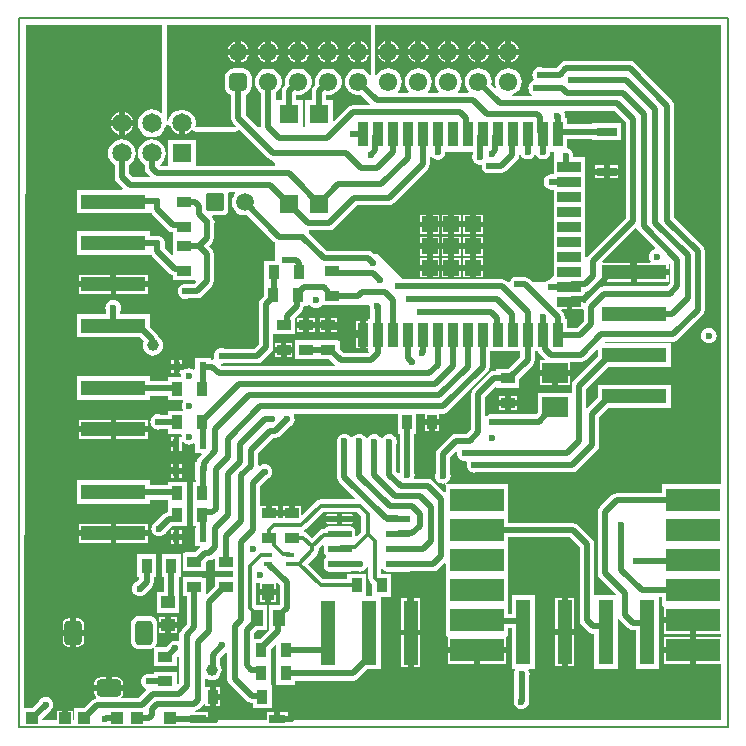
<source format=gtl>
G04*
G04 #@! TF.GenerationSoftware,Altium Limited,Altium Designer,21.2.2 (38)*
G04*
G04 Layer_Physical_Order=1*
G04 Layer_Color=255*
%FSLAX44Y44*%
%MOMM*%
G71*
G04*
G04 #@! TF.SameCoordinates,3448E1F9-FA4A-451A-BDEC-0E7D7F7EA446*
G04*
G04*
G04 #@! TF.FilePolarity,Positive*
G04*
G01*
G75*
%ADD10C,0.2000*%
%ADD15C,0.5000*%
G04:AMPARAMS|DCode=23|XSize=1.97mm|YSize=0.59mm|CornerRadius=0.0738mm|HoleSize=0mm|Usage=FLASHONLY|Rotation=180.000|XOffset=0mm|YOffset=0mm|HoleType=Round|Shape=RoundedRectangle|*
%AMROUNDEDRECTD23*
21,1,1.9700,0.4425,0,0,180.0*
21,1,1.8225,0.5900,0,0,180.0*
1,1,0.1475,-0.9113,0.2213*
1,1,0.1475,0.9113,0.2213*
1,1,0.1475,0.9113,-0.2213*
1,1,0.1475,-0.9113,-0.2213*
%
%ADD23ROUNDEDRECTD23*%
%ADD24R,1.7000X0.8000*%
%ADD25R,0.9000X1.2000*%
%ADD26R,0.6250X0.8300*%
%ADD27R,1.2000X0.9000*%
%ADD28R,5.5118X1.2954*%
%ADD29R,1.2954X5.5118*%
%ADD30R,1.4500X0.8000*%
%ADD31R,0.9000X1.2700*%
%ADD32R,2.2300X1.8000*%
%ADD33R,1.0000X1.0000*%
%ADD34R,0.9000X2.0000*%
%ADD35R,2.0000X0.9000*%
%ADD36R,1.3300X1.3300*%
%ADD37R,1.2000X1.0500*%
%ADD38C,1.0000*%
%ADD39R,0.7500X0.4000*%
%ADD40R,1.0000X1.4000*%
%ADD59C,1.6500*%
%ADD60R,1.6500X1.6500*%
%ADD68C,0.3500*%
G04:AMPARAMS|DCode=69|XSize=2.1mm|YSize=1.5mm|CornerRadius=0.375mm|HoleSize=0mm|Usage=FLASHONLY|Rotation=90.000|XOffset=0mm|YOffset=0mm|HoleType=Round|Shape=RoundedRectangle|*
%AMROUNDEDRECTD69*
21,1,2.1000,0.7500,0,0,90.0*
21,1,1.3500,1.5000,0,0,90.0*
1,1,0.7500,0.3750,0.6750*
1,1,0.7500,0.3750,-0.6750*
1,1,0.7500,-0.3750,-0.6750*
1,1,0.7500,-0.3750,0.6750*
%
%ADD69ROUNDEDRECTD69*%
G04:AMPARAMS|DCode=70|XSize=2.1mm|YSize=1.5mm|CornerRadius=0.375mm|HoleSize=0mm|Usage=FLASHONLY|Rotation=180.000|XOffset=0mm|YOffset=0mm|HoleType=Round|Shape=RoundedRectangle|*
%AMROUNDEDRECTD70*
21,1,2.1000,0.7500,0,0,180.0*
21,1,1.3500,1.5000,0,0,180.0*
1,1,0.7500,-0.6750,0.3750*
1,1,0.7500,0.6750,0.3750*
1,1,0.7500,0.6750,-0.3750*
1,1,0.7500,-0.6750,-0.3750*
%
%ADD70ROUNDEDRECTD70*%
%ADD71R,1.6000X1.6000*%
G04:AMPARAMS|DCode=72|XSize=1.5mm|YSize=1.5mm|CornerRadius=0.0525mm|HoleSize=0mm|Usage=FLASHONLY|Rotation=0.000|XOffset=0mm|YOffset=0mm|HoleType=Round|Shape=RoundedRectangle|*
%AMROUNDEDRECTD72*
21,1,1.5000,1.3950,0,0,0.0*
21,1,1.3950,1.5000,0,0,0.0*
1,1,0.1050,0.6975,-0.6975*
1,1,0.1050,-0.6975,-0.6975*
1,1,0.1050,-0.6975,0.6975*
1,1,0.1050,0.6975,0.6975*
%
%ADD72ROUNDEDRECTD72*%
%ADD73C,1.5000*%
%ADD74C,3.0480*%
%ADD75R,4.5720X1.9812*%
G04:AMPARAMS|DCode=76|XSize=1.55mm|YSize=1.55mm|CornerRadius=0.3875mm|HoleSize=0mm|Usage=FLASHONLY|Rotation=0.000|XOffset=0mm|YOffset=0mm|HoleType=Round|Shape=RoundedRectangle|*
%AMROUNDEDRECTD76*
21,1,1.5500,0.7750,0,0,0.0*
21,1,0.7750,1.5500,0,0,0.0*
1,1,0.7750,0.3875,-0.3875*
1,1,0.7750,-0.3875,-0.3875*
1,1,0.7750,-0.3875,0.3875*
1,1,0.7750,0.3875,0.3875*
%
%ADD76ROUNDEDRECTD76*%
%ADD77C,1.5500*%
%ADD78C,0.6000*%
G36*
X298196Y552467D02*
X296926Y552127D01*
X296302Y553208D01*
X294208Y555302D01*
X291642Y556783D01*
X288781Y557550D01*
X285819D01*
X282958Y556783D01*
X280392Y555302D01*
X278298Y553208D01*
X276817Y550642D01*
X276050Y547781D01*
Y544819D01*
X276817Y541958D01*
X278298Y539392D01*
X280392Y537298D01*
X282958Y535817D01*
X285819Y535050D01*
X288781D01*
X289662Y535286D01*
X297115Y527834D01*
X296589Y526563D01*
X282702D01*
X280361Y526098D01*
X278376Y524772D01*
X266673Y513069D01*
X265500Y513555D01*
Y530930D01*
X260117D01*
Y534819D01*
X260419Y535050D01*
X263381D01*
X266242Y535817D01*
X268808Y537298D01*
X270902Y539392D01*
X272383Y541958D01*
X273150Y544819D01*
Y547781D01*
X272383Y550642D01*
X270902Y553208D01*
X268808Y555302D01*
X266242Y556783D01*
X263381Y557550D01*
X260419D01*
X257558Y556783D01*
X254992Y555302D01*
X252898Y553208D01*
X251417Y550642D01*
X250650Y547781D01*
Y544819D01*
X250945Y543717D01*
X249674Y542447D01*
X248348Y540462D01*
X247882Y538121D01*
Y530930D01*
X242500D01*
Y507930D01*
X241317Y507720D01*
X241283D01*
X240100Y507930D01*
Y530930D01*
X234718D01*
Y534819D01*
X235019Y535050D01*
X237981D01*
X240842Y535817D01*
X243408Y537298D01*
X245502Y539392D01*
X246983Y541958D01*
X247750Y544819D01*
Y547781D01*
X246983Y550642D01*
X245502Y553208D01*
X243408Y555302D01*
X240842Y556783D01*
X237981Y557550D01*
X235019D01*
X232158Y556783D01*
X229592Y555302D01*
X227498Y553208D01*
X226017Y550642D01*
X225250Y547781D01*
Y544819D01*
X225545Y543717D01*
X224274Y542447D01*
X222948Y540462D01*
X222482Y538121D01*
Y530930D01*
X217217D01*
Y536842D01*
X218008Y537298D01*
X220102Y539392D01*
X221583Y541958D01*
X222350Y544819D01*
Y547781D01*
X221583Y550642D01*
X220102Y553208D01*
X218008Y555302D01*
X215442Y556783D01*
X212581Y557550D01*
X209619D01*
X206758Y556783D01*
X204192Y555302D01*
X202098Y553208D01*
X200617Y550642D01*
X199850Y547781D01*
Y544819D01*
X200617Y541958D01*
X202098Y539392D01*
X204192Y537298D01*
X204982Y536842D01*
Y507720D01*
X202225D01*
X191817Y518128D01*
Y535371D01*
X193294Y535983D01*
X194835Y537165D01*
X196017Y538706D01*
X196760Y540500D01*
X197013Y542425D01*
Y550175D01*
X196760Y552100D01*
X196017Y553894D01*
X194835Y555435D01*
X193294Y556617D01*
X191500Y557360D01*
X189575Y557613D01*
X181825D01*
X179900Y557360D01*
X178106Y556617D01*
X176565Y555435D01*
X175383Y553894D01*
X174640Y552100D01*
X174386Y550175D01*
Y542425D01*
X174640Y540500D01*
X175383Y538706D01*
X176565Y537165D01*
X178106Y535983D01*
X179582Y535371D01*
Y515594D01*
X180048Y513253D01*
X181374Y511268D01*
X183749Y508893D01*
X183263Y507720D01*
X150238D01*
X149465Y508728D01*
X149672Y509501D01*
Y512595D01*
X148871Y515583D01*
X147324Y518263D01*
X145137Y520450D01*
X142457Y521997D01*
X139469Y522798D01*
X136375D01*
X133387Y521997D01*
X130707Y520450D01*
X128520Y518263D01*
X126973Y515583D01*
X126238Y512841D01*
X124968Y513008D01*
Y594360D01*
X298196D01*
Y552467D01*
D02*
G37*
G36*
X121399Y520648D02*
X120129Y520021D01*
X118448Y521312D01*
X115589Y522496D01*
X112522Y522899D01*
X109455Y522496D01*
X106596Y521312D01*
X104142Y519428D01*
X102258Y516974D01*
X101074Y514115D01*
X100671Y511048D01*
X101074Y507981D01*
X102258Y505122D01*
X104142Y502668D01*
X106596Y500784D01*
X109455Y499600D01*
X112522Y499197D01*
X115589Y499600D01*
X118448Y500784D01*
X120902Y502668D01*
X122786Y505122D01*
X123970Y507981D01*
X124136Y509242D01*
X124502Y509470D01*
X125772Y509303D01*
X126238Y509334D01*
X126704Y509303D01*
X126927Y509379D01*
X127162Y509394D01*
X128162Y508867D01*
X128418Y508544D01*
X128423Y508503D01*
X129405Y506131D01*
X130968Y504094D01*
X133005Y502531D01*
X135377Y501549D01*
X135422Y501543D01*
Y511048D01*
X140422D01*
Y501543D01*
X140467Y501549D01*
X142839Y502531D01*
X144876Y504094D01*
X145899Y505427D01*
X147336Y505542D01*
X147480Y505484D01*
X147584Y505392D01*
X147715Y505197D01*
X148103Y504937D01*
X148454Y504630D01*
X148677Y504554D01*
X148872Y504423D01*
X149330Y504332D01*
X149772Y504182D01*
X150007Y504197D01*
X150238Y504151D01*
X183263D01*
X184629Y504423D01*
X185786Y505197D01*
X187286Y505357D01*
X210685Y481957D01*
X212670Y480631D01*
X213452Y480476D01*
X216662Y477266D01*
Y475001D01*
X149672D01*
Y497398D01*
X126172D01*
Y475001D01*
X120035D01*
X119604Y476272D01*
X120902Y477268D01*
X122786Y479722D01*
X123970Y482581D01*
X124373Y485648D01*
X123970Y488715D01*
X122786Y491574D01*
X120902Y494028D01*
X118448Y495912D01*
X115589Y497096D01*
X112522Y497499D01*
X109455Y497096D01*
X106596Y495912D01*
X104142Y494028D01*
X102258Y491574D01*
X101074Y488715D01*
X100671Y485648D01*
X101074Y482581D01*
X102258Y479722D01*
X104142Y477268D01*
X106318Y475598D01*
Y473288D01*
X106784Y470947D01*
X108110Y468962D01*
X110550Y466523D01*
X110064Y465350D01*
X96260D01*
X93239Y468370D01*
Y475532D01*
X95502Y477268D01*
X97386Y479722D01*
X98570Y482581D01*
X98973Y485648D01*
X98570Y488715D01*
X97386Y491574D01*
X95502Y494028D01*
X93048Y495912D01*
X90189Y497096D01*
X87122Y497499D01*
X84055Y497096D01*
X81196Y495912D01*
X78742Y494028D01*
X76858Y491574D01*
X75674Y488715D01*
X75271Y485648D01*
X75674Y482581D01*
X76858Y479722D01*
X78742Y477268D01*
X81004Y475532D01*
Y465836D01*
X81470Y463495D01*
X82796Y461510D01*
X88156Y456151D01*
X87630Y454881D01*
X48951D01*
Y434927D01*
X111069D01*
X111069Y434927D01*
Y434927D01*
X112310Y434858D01*
X112960Y433887D01*
X126265Y420581D01*
X128250Y419255D01*
X130454Y418817D01*
Y416432D01*
X130454Y415164D01*
X130454D01*
Y415162D01*
X130454D01*
Y400186D01*
X129184Y399660D01*
X123403Y405441D01*
Y407694D01*
X123427Y407751D01*
X123650Y409448D01*
X123427Y411145D01*
X122772Y412726D01*
X121730Y414084D01*
X120372Y415126D01*
X118791Y415781D01*
X117094Y416004D01*
X115397Y415781D01*
X115340Y415757D01*
X111069D01*
Y419881D01*
X48951D01*
Y399927D01*
X111069D01*
X111069Y399927D01*
Y399927D01*
X112264Y399622D01*
X112960Y398581D01*
X127704Y383836D01*
X129689Y382510D01*
X130454Y382358D01*
Y378162D01*
X149274D01*
X150045Y377137D01*
X148166Y375258D01*
X142665D01*
X142608Y375282D01*
X140911Y375505D01*
X139214Y375282D01*
X137633Y374627D01*
X136275Y373585D01*
X135233Y372227D01*
X134578Y370646D01*
X134355Y368949D01*
X134578Y367252D01*
X135233Y365671D01*
X136275Y364313D01*
X137633Y363271D01*
X139214Y362616D01*
X140911Y362393D01*
X142608Y362616D01*
X143589Y363023D01*
X150700D01*
X153041Y363488D01*
X155026Y364814D01*
X163330Y373118D01*
X164656Y375103D01*
X165121Y377444D01*
Y400441D01*
X164656Y402783D01*
X163330Y404767D01*
X160660Y407437D01*
X163135Y409912D01*
X164461Y411897D01*
X164927Y414238D01*
Y424567D01*
X165333Y425549D01*
X165557Y427245D01*
X165333Y428942D01*
X164678Y430523D01*
X163637Y431881D01*
X163616Y431897D01*
X164047Y433167D01*
X172837D01*
X174407Y433480D01*
X175739Y434369D01*
X176628Y435701D01*
X176941Y437271D01*
Y451221D01*
X176817Y451844D01*
X177824Y453115D01*
X182842D01*
X183227Y451844D01*
X181653Y449794D01*
X180545Y447118D01*
X180167Y444246D01*
X180545Y441374D01*
X181653Y438699D01*
X183417Y436401D01*
X185714Y434637D01*
X188390Y433529D01*
X191262Y433151D01*
X193421Y433435D01*
X215892Y410964D01*
X216662Y410450D01*
Y394818D01*
X207814D01*
Y375818D01*
X207474Y375514D01*
X207474D01*
Y365165D01*
X204716Y362408D01*
X203390Y360423D01*
X202924Y358082D01*
Y324098D01*
X199137Y320311D01*
X173932D01*
X173401Y320531D01*
X171704Y320754D01*
X170007Y320531D01*
X168426Y319876D01*
X167068Y318834D01*
X166026Y317476D01*
X165371Y315895D01*
X165148Y314198D01*
X165371Y312501D01*
X165548Y312074D01*
X164635Y310961D01*
X163576Y311171D01*
X162276D01*
Y312704D01*
X149026D01*
Y302936D01*
X147756Y302310D01*
X147042Y302858D01*
X145461Y303513D01*
X143764Y303736D01*
X142067Y303513D01*
X140486Y302858D01*
X139296Y301945D01*
X138639Y302104D01*
X138026Y302466D01*
Y302554D01*
X135901D01*
Y299404D01*
X136381D01*
X137333Y298134D01*
X137208Y297180D01*
X137236Y296966D01*
X136399Y296012D01*
X125940D01*
Y292873D01*
X111095D01*
Y296945D01*
X48977D01*
Y276991D01*
X111095D01*
Y280638D01*
X125940D01*
Y277012D01*
X138493D01*
X139119Y275742D01*
X138594Y275058D01*
X137939Y273477D01*
X137716Y271780D01*
X137939Y270083D01*
X138483Y268770D01*
X137937Y267500D01*
X126000D01*
Y264277D01*
X120456D01*
X119553Y264651D01*
X117856Y264874D01*
X116159Y264651D01*
X114578Y263996D01*
X113220Y262954D01*
X112178Y261596D01*
X111523Y260015D01*
X111300Y258318D01*
X111523Y256621D01*
X112178Y255040D01*
X113220Y253682D01*
X114578Y252640D01*
X116159Y251985D01*
X117856Y251762D01*
X119553Y251985D01*
X119688Y252041D01*
X126000D01*
Y248500D01*
X137287D01*
X137901Y247582D01*
X137928Y247230D01*
X137716Y245618D01*
X137305Y245150D01*
X135875D01*
Y239500D01*
Y233850D01*
X138000D01*
Y241028D01*
X139270Y241459D01*
X139636Y240982D01*
X140994Y239940D01*
X142575Y239285D01*
X144272Y239062D01*
X145969Y239285D01*
X147550Y239940D01*
X147730Y240078D01*
X149000Y239452D01*
Y231850D01*
X154483D01*
X154969Y230677D01*
X151924Y227632D01*
X150598Y225647D01*
X150360Y224452D01*
X149000D01*
Y209152D01*
X149585D01*
Y207802D01*
X147000D01*
Y188802D01*
Y169930D01*
X149507D01*
Y168580D01*
X149000D01*
Y153280D01*
X153290D01*
X153675Y152010D01*
X153130Y151646D01*
X149438Y147954D01*
X139090D01*
Y131954D01*
X158090D01*
Y139303D01*
X159990Y141202D01*
X160782D01*
X163123Y141668D01*
X164744Y142751D01*
X166014Y142239D01*
Y131954D01*
X181616D01*
Y126954D01*
X166014D01*
Y119606D01*
X159263Y112855D01*
X158090Y113341D01*
Y126954D01*
X139090D01*
Y110954D01*
X142472D01*
Y87370D01*
X137660Y82558D01*
X136334Y80573D01*
X135869Y78232D01*
Y73494D01*
X134598Y72646D01*
X134031Y72881D01*
X132334Y73104D01*
X130637Y72881D01*
X129056Y72226D01*
X127698Y71184D01*
X126656Y69826D01*
X126458Y69348D01*
X124801Y67690D01*
X116223D01*
X115596Y68960D01*
X116082Y69594D01*
X116813Y71357D01*
X117062Y73250D01*
Y86750D01*
X116813Y88643D01*
X116082Y90406D01*
X114920Y91921D01*
X113406Y93083D01*
X111642Y93813D01*
X109750Y94062D01*
X102250D01*
X100357Y93813D01*
X98593Y93083D01*
X97079Y91921D01*
X95917Y90406D01*
X95186Y88643D01*
X94937Y86750D01*
Y73250D01*
X95186Y71357D01*
X95917Y69594D01*
X97079Y68079D01*
X98593Y66917D01*
X100357Y66186D01*
X102250Y65937D01*
X109750D01*
X111642Y66186D01*
X113182Y66824D01*
X113928Y66518D01*
X114452Y66119D01*
Y51690D01*
X133452D01*
Y59039D01*
X134599Y60185D01*
X135802Y59686D01*
X135869Y59602D01*
Y37586D01*
X134625Y36343D01*
X133452Y36829D01*
Y46690D01*
X114452D01*
Y44807D01*
X111747D01*
X111425Y44941D01*
X109728Y45164D01*
X108031Y44941D01*
X106450Y44286D01*
X105092Y43244D01*
X104050Y41886D01*
X103395Y40305D01*
X103172Y38608D01*
X103395Y36911D01*
X104050Y35330D01*
X105092Y33972D01*
X106450Y32930D01*
X107544Y32477D01*
X107966Y31102D01*
X101347Y24483D01*
X87178D01*
X86728Y25754D01*
X87695Y27201D01*
X88103Y29250D01*
Y30500D01*
X76000D01*
X63897D01*
Y29250D01*
X64304Y27201D01*
X65383Y25588D01*
X65276Y24920D01*
X65036Y24224D01*
X64001Y24018D01*
X62016Y22692D01*
X55191Y15866D01*
X46842D01*
Y5588D01*
X45392D01*
Y13866D01*
X41392D01*
Y7366D01*
X36392D01*
Y13866D01*
X32392D01*
Y5588D01*
X19392D01*
Y7214D01*
X25313Y13136D01*
X25884Y13372D01*
X27242Y14414D01*
X28284Y15772D01*
X28939Y17353D01*
X29162Y19050D01*
X28939Y20747D01*
X28284Y22328D01*
X27242Y23686D01*
X25884Y24728D01*
X24303Y25383D01*
X22606Y25606D01*
X20909Y25383D01*
X19328Y24728D01*
X17970Y23686D01*
X16928Y22328D01*
X16734Y21860D01*
X10740Y15866D01*
X5044D01*
X4147Y16765D01*
X5629Y594360D01*
X121399Y594360D01*
Y520648D01*
D02*
G37*
G36*
X513820Y512324D02*
Y431286D01*
X481576Y399042D01*
X480870Y397984D01*
X479600Y398369D01*
Y402800D01*
Y415500D01*
Y428200D01*
Y440900D01*
Y453600D01*
Y466300D01*
Y482300D01*
X470100D01*
X469263Y483255D01*
X469344Y483870D01*
X469121Y485567D01*
X468466Y487148D01*
X467424Y488506D01*
X466066Y489548D01*
X464485Y490203D01*
X464100Y490253D01*
Y498073D01*
X485586D01*
Y496672D01*
X509586D01*
Y511672D01*
X485586D01*
Y510308D01*
X464100D01*
Y515650D01*
X463267D01*
X462430Y516605D01*
X462486Y517034D01*
X462263Y518731D01*
X461608Y520312D01*
X461327Y520678D01*
X461953Y521949D01*
X504196D01*
X513820Y512324D01*
D02*
G37*
G36*
X452628Y482300D02*
X452600D01*
Y468571D01*
X451856Y468000D01*
X450144D01*
X448491Y467557D01*
X447009Y466701D01*
X445799Y465491D01*
X444943Y464009D01*
X444500Y462356D01*
Y460644D01*
X444943Y458991D01*
X445799Y457509D01*
X447009Y456299D01*
X448491Y455443D01*
X450144Y455000D01*
X451856D01*
X452600Y454429D01*
Y440900D01*
Y428200D01*
Y415500D01*
Y402800D01*
Y390100D01*
Y382750D01*
X448592Y378742D01*
X448341Y378675D01*
X446859Y377819D01*
X445722Y376682D01*
X435084D01*
X432536Y379230D01*
X430551Y380556D01*
X428210Y381021D01*
X423669D01*
X422242Y381404D01*
X420530D01*
X418877Y380961D01*
X417395Y380105D01*
X416185Y378895D01*
X415329Y377413D01*
X415133Y376682D01*
X413782D01*
X413012Y377452D01*
X411027Y378778D01*
X408686Y379244D01*
X324845D01*
X303784Y400304D01*
X301005D01*
X299728Y401582D01*
X297743Y402908D01*
X295402Y403373D01*
X260598D01*
X245970Y418001D01*
X245231Y419281D01*
X245180Y419333D01*
X245706Y420602D01*
X262636D01*
X264977Y421068D01*
X266962Y422394D01*
X286252Y441684D01*
X312928D01*
X315269Y442150D01*
X317254Y443476D01*
X346125Y472348D01*
X347452Y474333D01*
X347917Y476674D01*
Y482925D01*
X349187Y483265D01*
X349383Y482927D01*
X350593Y481717D01*
X352075Y480861D01*
X353728Y480418D01*
X355440D01*
X357093Y480861D01*
X358575Y481717D01*
X359785Y482927D01*
X360641Y484409D01*
X361084Y486062D01*
Y486918D01*
X384534D01*
Y485190D01*
X384341Y484855D01*
X383898Y483202D01*
Y481490D01*
X384341Y479837D01*
X385197Y478355D01*
X386407Y477145D01*
X387889Y476289D01*
X389542Y475846D01*
X391254D01*
X391644Y475546D01*
Y474506D01*
X392087Y472853D01*
X392943Y471371D01*
X394153Y470161D01*
X395635Y469305D01*
X397288Y468862D01*
X399000D01*
X400427Y469244D01*
X408306D01*
X410647Y469710D01*
X412632Y471036D01*
X421801Y480205D01*
X423127Y482190D01*
X423480Y483964D01*
X424813Y484157D01*
X425442Y483068D01*
X426652Y481858D01*
X428134Y481002D01*
X429787Y480559D01*
X431499D01*
X433152Y481002D01*
X434634Y481858D01*
X435844Y483068D01*
X436363Y483966D01*
X437811Y483998D01*
X438283Y483181D01*
X439493Y481971D01*
X440975Y481115D01*
X442628Y480672D01*
X444340D01*
X445993Y481115D01*
X447475Y481971D01*
X448685Y483181D01*
X449541Y484663D01*
X449984Y486316D01*
Y486918D01*
X452628D01*
Y482300D01*
D02*
G37*
G36*
X523266Y422041D02*
X523483Y421849D01*
X524756Y419943D01*
X538871Y405828D01*
X538463Y404625D01*
X538307Y404605D01*
X536726Y403950D01*
X535368Y402908D01*
X534326Y401550D01*
X533671Y399969D01*
X533448Y398272D01*
X533671Y396575D01*
X534326Y394994D01*
X534890Y394259D01*
X534264Y392989D01*
X523454D01*
Y387512D01*
X550013D01*
Y391686D01*
X551283Y392499D01*
X551431Y392431D01*
Y375932D01*
X548646Y373148D01*
X495451D01*
X493110Y372682D01*
X491125Y371356D01*
X479798Y360029D01*
X478870Y358639D01*
X477600Y359025D01*
Y364700D01*
X479600D01*
Y368689D01*
X481403Y369048D01*
X483388Y370374D01*
X490228Y377214D01*
X490625Y377808D01*
X491895Y377423D01*
Y377035D01*
X518454D01*
Y385012D01*
Y392989D01*
X494486D01*
X494000Y394162D01*
X522201Y422364D01*
X523266Y422041D01*
D02*
G37*
G36*
X296974Y356866D02*
X297197Y355169D01*
X297582Y354240D01*
Y345650D01*
X295700D01*
Y343650D01*
X293500D01*
Y332150D01*
Y320650D01*
X295700D01*
Y318650D01*
X295700D01*
X296080Y317731D01*
X295108Y316759D01*
X274892D01*
X271500Y320151D01*
Y327500D01*
X253770D01*
X252500Y327500D01*
Y327500D01*
X252500D01*
Y327500D01*
X233500D01*
Y311500D01*
X251230D01*
X252500Y311500D01*
Y311500D01*
X252500D01*
Y311500D01*
X262849D01*
X267461Y306887D01*
X266935Y305617D01*
X171664D01*
X170802Y306480D01*
X171395Y307683D01*
X171704Y307642D01*
X173401Y307865D01*
X173909Y308076D01*
X201671D01*
X204012Y308541D01*
X205997Y309867D01*
X213368Y317238D01*
X214694Y319223D01*
X215159Y321564D01*
Y332500D01*
X233500D01*
Y346006D01*
X234397Y346904D01*
X235500Y346210D01*
X235500Y345350D01*
Y343000D01*
X240500D01*
Y346500D01*
X236733D01*
X235789Y346500D01*
X235096Y347602D01*
X239437Y351944D01*
X240764Y353929D01*
X241229Y356270D01*
Y356514D01*
X244474D01*
Y357632D01*
X246191D01*
X246824Y356806D01*
X248182Y355764D01*
X249763Y355109D01*
X251460Y354886D01*
X253157Y355109D01*
X254738Y355764D01*
X256096Y356806D01*
X256306Y357080D01*
X274930D01*
Y357632D01*
X296302D01*
X296974Y356866D01*
D02*
G37*
G36*
X468600Y354000D02*
X477600D01*
X478007Y352898D01*
Y344164D01*
X472110Y338267D01*
X464100D01*
Y345650D01*
X462217D01*
Y347015D01*
X461752Y349356D01*
X460425Y351340D01*
X458939Y352826D01*
X459425Y354000D01*
X463600D01*
Y360000D01*
X468600D01*
Y354000D01*
D02*
G37*
G36*
X489895Y319056D02*
Y313687D01*
X469638Y293430D01*
X468312Y291445D01*
X467846Y289104D01*
Y283142D01*
X439248D01*
Y266544D01*
X437394Y264690D01*
X403028D01*
X402509Y264905D01*
X400812Y265128D01*
X399115Y264905D01*
X397534Y264250D01*
X396261Y263273D01*
X395884Y263342D01*
X394991Y263750D01*
Y279152D01*
X403542Y287702D01*
X404266Y287402D01*
Y287402D01*
X423266D01*
Y294750D01*
X435025Y306510D01*
X436352Y308495D01*
X436817Y310836D01*
Y318650D01*
X439524D01*
X439748Y317523D01*
X441074Y315539D01*
X445001Y311612D01*
X444475Y310342D01*
X441248D01*
Y302342D01*
X453898D01*
X466548D01*
Y309097D01*
X475742D01*
X478083Y309562D01*
X480068Y310888D01*
X488722Y319542D01*
X489895Y319056D01*
D02*
G37*
G36*
X424582Y313370D02*
X414614Y303402D01*
X404266D01*
Y301520D01*
X402590D01*
X400249Y301054D01*
X398264Y299728D01*
X384548Y286012D01*
X383222Y284027D01*
X382757Y281686D01*
Y251962D01*
X379228Y248433D01*
X369824D01*
X367483Y247968D01*
X365498Y246642D01*
X354576Y235720D01*
X353250Y233735D01*
X352785Y231394D01*
Y214814D01*
X352569Y214295D01*
X352346Y212598D01*
X352569Y210901D01*
X353224Y209320D01*
X354266Y207962D01*
X355624Y206920D01*
X357205Y206265D01*
X358902Y206042D01*
X360403Y206240D01*
X361046Y205620D01*
X361338Y205197D01*
Y199391D01*
X360165Y198905D01*
X350782Y208288D01*
X348797Y209614D01*
X346456Y210079D01*
X335537D01*
X334756Y211086D01*
X334761Y211350D01*
X334978Y212996D01*
X334755Y214693D01*
X334579Y215118D01*
Y248500D01*
X336500D01*
Y265408D01*
X343500D01*
Y260500D01*
X355500D01*
Y265408D01*
X359185D01*
X361526Y265874D01*
X363511Y267200D01*
X396925Y300615D01*
X398252Y302600D01*
X398717Y304941D01*
Y318650D01*
X424582D01*
Y313370D01*
D02*
G37*
G36*
X594360Y594360D02*
X594360Y560000D01*
X594360Y205430D01*
X544538D01*
Y198118D01*
X505944D01*
X503603Y197652D01*
X501618Y196326D01*
X491990Y186698D01*
X490664Y184713D01*
X490199Y182372D01*
Y130302D01*
X490664Y127961D01*
X491990Y125976D01*
X505134Y112832D01*
X504648Y111659D01*
X487049D01*
X486940Y112884D01*
Y154686D01*
X486474Y157027D01*
X485148Y159012D01*
X473234Y170926D01*
X471249Y172252D01*
X468908Y172718D01*
X414058D01*
Y178618D01*
Y205430D01*
X361901D01*
X361648Y206700D01*
X362180Y206920D01*
X363538Y207962D01*
X364580Y209320D01*
X365235Y210901D01*
X365458Y212598D01*
X365235Y214295D01*
X365019Y214814D01*
Y228860D01*
X369841Y233682D01*
X371044Y233089D01*
X370888Y231902D01*
X371111Y230205D01*
X371766Y228624D01*
X372808Y227266D01*
X374166Y226224D01*
X375747Y225569D01*
X377444Y225346D01*
X378613Y225500D01*
X379487Y224528D01*
X379531Y224396D01*
X379239Y223693D01*
X379016Y221996D01*
X379239Y220299D01*
X379894Y218718D01*
X380936Y217360D01*
X382294Y216318D01*
X383875Y215663D01*
X385572Y215440D01*
X387269Y215663D01*
X387788Y215879D01*
X468630D01*
X470971Y216344D01*
X472956Y217670D01*
X489720Y234434D01*
X491046Y236419D01*
X491511Y238760D01*
Y262642D01*
X498904Y270035D01*
X552013D01*
Y289989D01*
X489895D01*
Y278328D01*
X481352Y269785D01*
X480081Y270186D01*
Y286570D01*
X498546Y305035D01*
X552013D01*
Y324989D01*
X497237D01*
X496558Y326259D01*
X496631Y326368D01*
X553974D01*
X556315Y326834D01*
X558300Y328160D01*
X578874Y348734D01*
X580200Y350719D01*
X580666Y353060D01*
Y402844D01*
X580200Y405185D01*
X578874Y407170D01*
X555011Y431032D01*
Y526117D01*
X554546Y528458D01*
X553220Y530443D01*
X521298Y562364D01*
X519314Y563690D01*
X516973Y564156D01*
X463550D01*
X461209Y563690D01*
X459224Y562364D01*
X455174Y558313D01*
X443414D01*
X442895Y558529D01*
X441198Y558752D01*
X439501Y558529D01*
X437920Y557874D01*
X436562Y556832D01*
X435520Y555474D01*
X434865Y553893D01*
X434642Y552196D01*
X434865Y550499D01*
X435520Y548918D01*
X435821Y548526D01*
X435381Y547014D01*
X434618Y546698D01*
X433260Y545656D01*
X432218Y544298D01*
X431563Y542717D01*
X431340Y541020D01*
X431563Y539323D01*
X432218Y537742D01*
X433260Y536384D01*
X434473Y535453D01*
X434448Y534948D01*
X434117Y534184D01*
X417765D01*
X417512Y535453D01*
X419973Y536473D01*
X422323Y538276D01*
X424127Y540626D01*
X425260Y543363D01*
X425647Y546300D01*
X425260Y549237D01*
X424127Y551973D01*
X422323Y554324D01*
X419973Y556127D01*
X417237Y557260D01*
X414300Y557647D01*
X411363Y557260D01*
X408626Y556127D01*
X406276Y554324D01*
X404473Y551973D01*
X403340Y549237D01*
X402953Y546300D01*
X403340Y543363D01*
X404086Y541562D01*
X403009Y540842D01*
X399933Y543918D01*
X400247Y546300D01*
X399860Y549237D01*
X398727Y551973D01*
X396923Y554324D01*
X394574Y556127D01*
X391837Y557260D01*
X388900Y557647D01*
X385963Y557260D01*
X383226Y556127D01*
X380876Y554324D01*
X379073Y551973D01*
X377939Y549237D01*
X377553Y546300D01*
X377939Y543363D01*
X379073Y540626D01*
X380876Y538276D01*
X381002Y538180D01*
X380593Y536978D01*
X371806D01*
X371398Y538180D01*
X371524Y538276D01*
X373327Y540626D01*
X374460Y543363D01*
X374847Y546300D01*
X374460Y549237D01*
X373327Y551973D01*
X371524Y554324D01*
X369174Y556127D01*
X366437Y557260D01*
X363500Y557647D01*
X360563Y557260D01*
X357826Y556127D01*
X355476Y554324D01*
X353673Y551973D01*
X352539Y549237D01*
X352153Y546300D01*
X352539Y543363D01*
X353673Y540626D01*
X355476Y538276D01*
X355602Y538180D01*
X355193Y536978D01*
X346406D01*
X345998Y538180D01*
X346124Y538276D01*
X347927Y540626D01*
X349060Y543363D01*
X349447Y546300D01*
X349060Y549237D01*
X347927Y551973D01*
X346124Y554324D01*
X343773Y556127D01*
X341037Y557260D01*
X338100Y557647D01*
X335163Y557260D01*
X332426Y556127D01*
X330076Y554324D01*
X328273Y551973D01*
X327140Y549237D01*
X326753Y546300D01*
X327140Y543363D01*
X328273Y540626D01*
X330076Y538276D01*
X330202Y538180D01*
X329793Y536978D01*
X321006D01*
X320598Y538180D01*
X320723Y538276D01*
X322527Y540626D01*
X323660Y543363D01*
X324047Y546300D01*
X323660Y549237D01*
X322527Y551973D01*
X320723Y554324D01*
X318374Y556127D01*
X315637Y557260D01*
X312700Y557647D01*
X309763Y557260D01*
X307026Y556127D01*
X304676Y554324D01*
X303022Y552168D01*
X302217Y552266D01*
X301765Y552467D01*
Y594360D01*
X594360Y594360D01*
D02*
G37*
G36*
X320500Y248500D02*
X322343D01*
Y215306D01*
X322299Y215199D01*
X320916Y214785D01*
X320870Y214832D01*
X319611Y216091D01*
Y239475D01*
Y239484D01*
X319825Y240283D01*
X319936Y241128D01*
Y241980D01*
X319825Y242825D01*
X319604Y243648D01*
X319278Y244435D01*
X318852Y245173D01*
X318333Y245849D01*
X317731Y246451D01*
X317055Y246970D01*
X316317Y247396D01*
X315530Y247722D01*
X314707Y247943D01*
X313862Y248054D01*
X313010D01*
X312165Y247943D01*
X311342Y247722D01*
X310555Y247396D01*
X309817Y246970D01*
X309141Y246451D01*
X308539Y245849D01*
X308020Y245173D01*
X307816Y244820D01*
X306350D01*
X306138Y245187D01*
X305619Y245863D01*
X305017Y246465D01*
X304341Y246984D01*
X303603Y247410D01*
X302816Y247736D01*
X301993Y247957D01*
X301148Y248068D01*
X300296D01*
X299451Y247957D01*
X298628Y247736D01*
X297841Y247410D01*
X297103Y246984D01*
X296427Y246465D01*
X295825Y245863D01*
X295306Y245187D01*
X295190Y244987D01*
X295140D01*
X294526Y244926D01*
X294132Y244987D01*
X293724D01*
X293494Y245385D01*
X292975Y246062D01*
X292372Y246664D01*
X291696Y247183D01*
X290958Y247609D01*
X290171Y247935D01*
X289348Y248155D01*
X288503Y248267D01*
X287651D01*
X286807Y248155D01*
X285984Y247935D01*
X285196Y247609D01*
X284459Y247183D01*
X283782Y246664D01*
X283180Y246062D01*
X282661Y245385D01*
X282579Y245243D01*
X282411D01*
X281783Y245157D01*
X281308Y245243D01*
X281112D01*
X281006Y245427D01*
X280487Y246103D01*
X279885Y246705D01*
X279209Y247224D01*
X278471Y247650D01*
X277684Y247976D01*
X276861Y248197D01*
X276016Y248308D01*
X275164D01*
X274319Y248197D01*
X273496Y247976D01*
X272709Y247650D01*
X271971Y247224D01*
X271295Y246705D01*
X270693Y246103D01*
X270174Y245427D01*
X269748Y244689D01*
X269422Y243902D01*
X269201Y243079D01*
X269090Y242234D01*
Y241382D01*
X269201Y240537D01*
X269403Y239786D01*
Y239761D01*
Y211652D01*
X269868Y209311D01*
X271194Y207326D01*
X284542Y193978D01*
X284056Y192805D01*
X255377D01*
X253328Y192397D01*
X251592Y191237D01*
X239673Y179319D01*
X238500Y179805D01*
Y187000D01*
X233500D01*
Y181000D01*
X231000D01*
Y178500D01*
X223500D01*
Y176603D01*
X219000D01*
Y178500D01*
X211500D01*
Y181000D01*
X209000D01*
Y187000D01*
X204237D01*
Y204095D01*
X210213Y210070D01*
X211194Y210476D01*
X212211Y211257D01*
X212813Y211859D01*
X213332Y212535D01*
X213758Y213273D01*
X214084Y214060D01*
X214305Y214883D01*
X214416Y215728D01*
Y216580D01*
X214305Y217425D01*
X214084Y218248D01*
X213758Y219035D01*
X213332Y219773D01*
X212813Y220449D01*
X212211Y221051D01*
X211535Y221570D01*
X210797Y221996D01*
X210010Y222322D01*
X209187Y222543D01*
X208342Y222654D01*
X207490D01*
X206645Y222543D01*
X205822Y222322D01*
X204638Y221832D01*
X203681Y221097D01*
X203663Y221099D01*
X202460Y221715D01*
Y232162D01*
X204216Y233918D01*
X215132Y244834D01*
X217170D01*
X219511Y245300D01*
X221496Y246626D01*
X222115Y247246D01*
X229547Y254678D01*
D01*
X229595Y254725D01*
X229717Y254776D01*
X230455Y255202D01*
X231131Y255721D01*
X231733Y256323D01*
X232252Y256999D01*
X232678Y257737D01*
X233004Y258524D01*
X233225Y259347D01*
X233336Y260192D01*
Y261044D01*
X233225Y261889D01*
X233004Y262712D01*
X232514Y263896D01*
X232328Y264139D01*
X232954Y265408D01*
X320500D01*
Y248500D01*
D02*
G37*
G36*
X289903Y178523D02*
Y165393D01*
X286117Y161607D01*
X284847Y162133D01*
Y165788D01*
X284518Y167442D01*
X283582Y168843D01*
X282180Y169780D01*
X280527Y170109D01*
X262302D01*
X260648Y169780D01*
X259247Y168843D01*
X258502Y167729D01*
X257880D01*
X255832Y167321D01*
X254095Y166161D01*
X248180Y160246D01*
X244642Y163785D01*
X242905Y164945D01*
X241669Y165191D01*
X241651Y165237D01*
X241535Y166513D01*
X242960Y167465D01*
X257594Y182099D01*
X286327D01*
X289903Y178523D01*
D02*
G37*
G36*
X257987Y153117D02*
X257981Y153089D01*
Y148664D01*
X258310Y147010D01*
X259247Y145609D01*
X259723Y145290D01*
Y143762D01*
X259247Y143443D01*
X258310Y142042D01*
X257981Y140388D01*
Y135963D01*
X258310Y134310D01*
X259247Y132908D01*
X260648Y131972D01*
X262302Y131643D01*
X280527D01*
X282180Y131972D01*
X282309Y132058D01*
X286328D01*
X286847Y131843D01*
X288544Y131620D01*
X290241Y131843D01*
X291822Y132498D01*
X293180Y133540D01*
X294222Y134898D01*
X294621Y135862D01*
X295891Y135610D01*
Y126188D01*
X296299Y124140D01*
X297459Y122403D01*
X299004Y120858D01*
Y111069D01*
X294004D01*
Y129388D01*
X278004D01*
Y125241D01*
X257543D01*
X244534Y138250D01*
X252232Y145948D01*
X253392Y147685D01*
X253800Y149733D01*
Y150726D01*
X256816Y153742D01*
X257987Y153117D01*
D02*
G37*
G36*
X203734Y122068D02*
X204500Y121396D01*
Y117000D01*
X211000D01*
X217500D01*
Y121552D01*
X218770Y122079D01*
X220704Y120144D01*
Y103356D01*
X220348Y103000D01*
X212000D01*
Y82151D01*
X204349Y74500D01*
X198904D01*
Y79252D01*
X201651Y82000D01*
X210000D01*
Y103000D01*
X200837D01*
Y121646D01*
X201772Y122270D01*
X202107Y122282D01*
X203734Y122068D01*
D02*
G37*
G36*
X474705Y152152D02*
Y90424D01*
X475170Y88083D01*
X476496Y86098D01*
X481652Y80942D01*
X483637Y79616D01*
X485978Y79151D01*
X487049D01*
Y49541D01*
X507003D01*
Y91385D01*
X508273Y91771D01*
X509008Y90670D01*
X515866Y83812D01*
X517851Y82486D01*
X520192Y82021D01*
X522049D01*
Y49541D01*
X542003D01*
Y109683D01*
X544538D01*
Y102418D01*
X545512D01*
X546538Y101830D01*
Y92924D01*
X570898D01*
Y90424D01*
X573398D01*
Y79018D01*
X594360D01*
Y76430D01*
X573398D01*
Y65024D01*
Y53618D01*
X594360D01*
Y5588D01*
X227412Y5588D01*
Y12438D01*
X221162D01*
Y6938D01*
X216162D01*
Y12438D01*
X209912D01*
Y5588D01*
X159912Y5588D01*
Y12438D01*
X149263D01*
X149137Y13708D01*
X150796Y14038D01*
X152781Y15364D01*
X155710Y18293D01*
X156642Y19688D01*
X157912Y19303D01*
Y17938D01*
X161412D01*
Y25788D01*
Y33638D01*
X157912D01*
X157501Y34738D01*
Y40636D01*
X158641Y41197D01*
X158781Y41089D01*
X160849Y40233D01*
X163068Y39941D01*
X165287Y40233D01*
X167355Y41089D01*
X169130Y42452D01*
X170493Y44227D01*
X171349Y46295D01*
X171641Y48514D01*
X171349Y50733D01*
X170493Y52801D01*
X170142Y53257D01*
Y58621D01*
X174971Y63449D01*
X175238Y63560D01*
X176509Y63023D01*
Y40894D01*
X176974Y38553D01*
X178300Y36568D01*
X192603Y22265D01*
X194588Y20939D01*
X196929Y20473D01*
X197912D01*
Y15938D01*
X213912D01*
Y35638D01*
X213000Y36000D01*
Y54230D01*
X213000Y55000D01*
X213000D01*
Y55500D01*
X213000D01*
Y65848D01*
X216827Y69675D01*
X218000Y69189D01*
Y55500D01*
X218000D01*
Y55000D01*
X218000D01*
Y36000D01*
X234000D01*
Y39383D01*
X283082D01*
X285423Y39848D01*
X287408Y41174D01*
X295184Y48951D01*
X306649D01*
Y110388D01*
X315004D01*
Y129388D01*
X306597D01*
Y133488D01*
X307774Y134237D01*
X307867Y134225D01*
X308746Y132908D01*
X310148Y131972D01*
X311801Y131643D01*
X330027D01*
X331680Y131972D01*
X331809Y132058D01*
X350774D01*
X353115Y132524D01*
X355100Y133850D01*
X360165Y138915D01*
X361338Y138429D01*
Y127818D01*
Y102418D01*
Y77018D01*
X362312D01*
X363338Y76430D01*
X363338Y75748D01*
Y67524D01*
X412058D01*
Y75748D01*
X412058Y76430D01*
X413084Y77018D01*
X414058D01*
Y83545D01*
X417049D01*
Y49541D01*
X419592D01*
X420154Y48402D01*
X420026Y48236D01*
X419371Y46655D01*
X419148Y44958D01*
X419371Y43261D01*
X419459Y43048D01*
Y24113D01*
X419117Y23287D01*
X418894Y21590D01*
X419117Y19893D01*
X419772Y18312D01*
X420814Y16954D01*
X422172Y15912D01*
X423753Y15257D01*
X425450Y15034D01*
X427147Y15257D01*
X428728Y15912D01*
X430086Y16954D01*
X431128Y18312D01*
X431783Y19893D01*
X432006Y21590D01*
X431783Y23287D01*
X431694Y23500D01*
Y42435D01*
X432037Y43261D01*
X432260Y44958D01*
X432037Y46655D01*
X431382Y48236D01*
X431254Y48402D01*
X431816Y49541D01*
X437003D01*
Y111659D01*
X417049D01*
Y95779D01*
X414058D01*
Y102418D01*
Y127818D01*
Y153218D01*
Y160483D01*
X466374D01*
X474705Y152152D01*
D02*
G37*
%LPC*%
G36*
X289800Y580606D02*
Y574200D01*
X296206D01*
X295919Y575270D01*
X294702Y577379D01*
X292980Y579102D01*
X290870Y580320D01*
X289800Y580606D01*
D02*
G37*
G36*
X284800D02*
X283730Y580320D01*
X281620Y579102D01*
X279898Y577379D01*
X278680Y575270D01*
X278393Y574200D01*
X284800D01*
Y580606D01*
D02*
G37*
G36*
X264400D02*
Y574200D01*
X270806D01*
X270520Y575270D01*
X269302Y577379D01*
X267579Y579102D01*
X265470Y580320D01*
X264400Y580606D01*
D02*
G37*
G36*
X259400D02*
X258330Y580320D01*
X256220Y579102D01*
X254498Y577379D01*
X253280Y575270D01*
X252994Y574200D01*
X259400D01*
Y580606D01*
D02*
G37*
G36*
X239000D02*
Y574200D01*
X245406D01*
X245119Y575270D01*
X243902Y577379D01*
X242180Y579102D01*
X240070Y580320D01*
X239000Y580606D01*
D02*
G37*
G36*
X234000D02*
X232930Y580320D01*
X230820Y579102D01*
X229098Y577379D01*
X227880Y575270D01*
X227593Y574200D01*
X234000D01*
Y580606D01*
D02*
G37*
G36*
X213600D02*
Y574200D01*
X220006D01*
X219720Y575270D01*
X218502Y577379D01*
X216779Y579102D01*
X214670Y580320D01*
X213600Y580606D01*
D02*
G37*
G36*
X208600D02*
X207530Y580320D01*
X205420Y579102D01*
X203698Y577379D01*
X202480Y575270D01*
X202194Y574200D01*
X208600D01*
Y580606D01*
D02*
G37*
G36*
X188200D02*
Y574200D01*
X194606D01*
X194319Y575270D01*
X193102Y577379D01*
X191380Y579102D01*
X189270Y580320D01*
X188200Y580606D01*
D02*
G37*
G36*
X183200D02*
X182130Y580320D01*
X180020Y579102D01*
X178298Y577379D01*
X177080Y575270D01*
X176793Y574200D01*
X183200D01*
Y580606D01*
D02*
G37*
G36*
X296206Y569200D02*
X289800D01*
Y562794D01*
X290870Y563080D01*
X292980Y564298D01*
X294702Y566020D01*
X295919Y568130D01*
X296206Y569200D01*
D02*
G37*
G36*
X284800D02*
X278393D01*
X278680Y568130D01*
X279898Y566020D01*
X281620Y564298D01*
X283730Y563080D01*
X284800Y562794D01*
Y569200D01*
D02*
G37*
G36*
X270806D02*
X264400D01*
Y562794D01*
X265470Y563080D01*
X267579Y564298D01*
X269302Y566020D01*
X270520Y568130D01*
X270806Y569200D01*
D02*
G37*
G36*
X259400D02*
X252994D01*
X253280Y568130D01*
X254498Y566020D01*
X256220Y564298D01*
X258330Y563080D01*
X259400Y562794D01*
Y569200D01*
D02*
G37*
G36*
X245406D02*
X239000D01*
Y562794D01*
X240070Y563080D01*
X242180Y564298D01*
X243902Y566020D01*
X245119Y568130D01*
X245406Y569200D01*
D02*
G37*
G36*
X234000D02*
X227593D01*
X227880Y568130D01*
X229098Y566020D01*
X230820Y564298D01*
X232930Y563080D01*
X234000Y562794D01*
Y569200D01*
D02*
G37*
G36*
X220006D02*
X213600D01*
Y562794D01*
X214670Y563080D01*
X216779Y564298D01*
X218502Y566020D01*
X219720Y568130D01*
X220006Y569200D01*
D02*
G37*
G36*
X208600D02*
X202194D01*
X202480Y568130D01*
X203698Y566020D01*
X205420Y564298D01*
X207530Y563080D01*
X208600Y562794D01*
Y569200D01*
D02*
G37*
G36*
X194606D02*
X188200D01*
Y562794D01*
X189270Y563080D01*
X191380Y564298D01*
X193102Y566020D01*
X194319Y568130D01*
X194606Y569200D01*
D02*
G37*
G36*
X183200D02*
X176793D01*
X177080Y568130D01*
X178298Y566020D01*
X180020Y564298D01*
X182130Y563080D01*
X183200Y562794D01*
Y569200D01*
D02*
G37*
G36*
X89622Y520553D02*
Y513548D01*
X96627D01*
X96621Y513593D01*
X95639Y515965D01*
X94076Y518002D01*
X92039Y519565D01*
X89667Y520547D01*
X89622Y520553D01*
D02*
G37*
G36*
X84622D02*
X84577Y520547D01*
X82205Y519565D01*
X80168Y518002D01*
X78605Y515965D01*
X77623Y513593D01*
X77617Y513548D01*
X84622D01*
Y520553D01*
D02*
G37*
G36*
X96627Y508548D02*
X89622D01*
Y501543D01*
X89667Y501549D01*
X92039Y502531D01*
X94076Y504094D01*
X95639Y506131D01*
X96621Y508503D01*
X96627Y508548D01*
D02*
G37*
G36*
X84622D02*
X77617D01*
X77623Y508503D01*
X78605Y506131D01*
X80168Y504094D01*
X82205Y502531D01*
X84577Y501549D01*
X84622Y501543D01*
Y508548D01*
D02*
G37*
G36*
X109069Y382881D02*
X82510D01*
Y377404D01*
X109069D01*
Y382881D01*
D02*
G37*
G36*
X77510D02*
X50951D01*
Y377404D01*
X77510D01*
Y382881D01*
D02*
G37*
G36*
X109069Y372404D02*
X82510D01*
Y366927D01*
X109069D01*
Y372404D01*
D02*
G37*
G36*
X77510D02*
X50951D01*
Y366927D01*
X77510D01*
Y372404D01*
D02*
G37*
G36*
X79756Y361394D02*
X78059Y361171D01*
X76478Y360516D01*
X75120Y359474D01*
X74078Y358116D01*
X73423Y356535D01*
X73200Y354838D01*
X73423Y353141D01*
X73639Y352622D01*
Y349881D01*
X48951D01*
Y329927D01*
X102503D01*
X105624Y326806D01*
X105003Y325307D01*
X104711Y323088D01*
X105003Y320869D01*
X105859Y318801D01*
X107222Y317026D01*
X108997Y315663D01*
X111065Y314807D01*
X113284Y314515D01*
X115503Y314807D01*
X117571Y315663D01*
X119346Y317026D01*
X120709Y318801D01*
X121565Y320869D01*
X121857Y323088D01*
X121565Y325307D01*
X120709Y327375D01*
X119346Y329150D01*
X118190Y330038D01*
X117979Y331096D01*
X116653Y333080D01*
X111069Y338664D01*
Y349881D01*
X85873D01*
Y352622D01*
X86089Y353141D01*
X86312Y354838D01*
X86089Y356535D01*
X85434Y358116D01*
X84392Y359474D01*
X83034Y360516D01*
X81453Y361171D01*
X79756Y361394D01*
D02*
G37*
G36*
X138026Y310704D02*
X135901D01*
Y307554D01*
X138026D01*
Y310704D01*
D02*
G37*
G36*
X130901D02*
X128776D01*
Y307554D01*
X130901D01*
Y310704D01*
D02*
G37*
G36*
Y302554D02*
X128776D01*
Y299404D01*
X130901D01*
Y302554D01*
D02*
G37*
G36*
X109095Y259945D02*
X82536D01*
Y254468D01*
X109095D01*
Y259945D01*
D02*
G37*
G36*
X77536D02*
X50977D01*
Y254468D01*
X77536D01*
Y259945D01*
D02*
G37*
G36*
X109095Y249468D02*
X82536D01*
Y243991D01*
X109095D01*
Y249468D01*
D02*
G37*
G36*
X77536D02*
X50977D01*
Y243991D01*
X77536D01*
Y249468D01*
D02*
G37*
G36*
X130875Y245150D02*
X128750D01*
Y242000D01*
X130875D01*
Y245150D01*
D02*
G37*
G36*
Y237000D02*
X128750D01*
Y233850D01*
X130875D01*
Y237000D01*
D02*
G37*
G36*
X138000Y222452D02*
X135875D01*
Y219302D01*
X138000D01*
Y222452D01*
D02*
G37*
G36*
X130875D02*
X128750D01*
Y219302D01*
X130875D01*
Y222452D01*
D02*
G37*
G36*
X138000Y214302D02*
X135875D01*
Y211152D01*
X138000D01*
Y214302D01*
D02*
G37*
G36*
X130875D02*
X128750D01*
Y211152D01*
X130875D01*
Y214302D01*
D02*
G37*
G36*
X109069Y172061D02*
X82510D01*
Y166584D01*
X109069D01*
Y172061D01*
D02*
G37*
G36*
X77510D02*
X50951D01*
Y166584D01*
X77510D01*
Y172061D01*
D02*
G37*
G36*
X138000Y166580D02*
X135875D01*
Y163430D01*
X138000D01*
Y166580D01*
D02*
G37*
G36*
X130875D02*
X128750D01*
Y163430D01*
X130875D01*
Y166580D01*
D02*
G37*
G36*
X111069Y209061D02*
X48951D01*
Y189107D01*
X111069D01*
Y192533D01*
X126000D01*
Y181917D01*
X124313Y181582D01*
X122328Y180256D01*
X115859Y173787D01*
X115340Y173572D01*
X113982Y172530D01*
X112940Y171172D01*
X112285Y169591D01*
X112062Y167894D01*
X112285Y166197D01*
X112940Y164616D01*
X113982Y163258D01*
X115340Y162216D01*
X116921Y161561D01*
X118618Y161338D01*
X120315Y161561D01*
X121896Y162216D01*
X123254Y163258D01*
X124296Y164616D01*
X124511Y165135D01*
X129188Y169812D01*
X132000D01*
X132591Y169930D01*
X142000D01*
Y188802D01*
Y207802D01*
X126000D01*
Y204768D01*
X111069D01*
Y209061D01*
D02*
G37*
G36*
X109069Y161584D02*
X82510D01*
Y156107D01*
X109069D01*
Y161584D01*
D02*
G37*
G36*
X77510D02*
X50951D01*
Y156107D01*
X77510D01*
Y161584D01*
D02*
G37*
G36*
X138000Y158430D02*
X135875D01*
Y155280D01*
X138000D01*
Y158430D01*
D02*
G37*
G36*
X130875D02*
X128750D01*
Y155280D01*
X130875D01*
Y158430D01*
D02*
G37*
G36*
X116032Y146152D02*
X100032D01*
Y127152D01*
X101915D01*
Y125298D01*
X99603Y122987D01*
X99084Y122772D01*
X97726Y121730D01*
X96684Y120372D01*
X96029Y118791D01*
X95806Y117094D01*
X96029Y115397D01*
X96684Y113816D01*
X97726Y112458D01*
X99084Y111416D01*
X100665Y110761D01*
X102362Y110538D01*
X104059Y110761D01*
X105640Y111416D01*
X106998Y112458D01*
X108040Y113816D01*
X108255Y114335D01*
X112358Y118438D01*
X113684Y120423D01*
X114150Y122764D01*
Y127152D01*
X116032D01*
Y146152D01*
D02*
G37*
G36*
X137032D02*
X121032D01*
Y127152D01*
X122915D01*
Y114432D01*
X116746D01*
Y96932D01*
X135746D01*
Y114432D01*
X135150D01*
Y127152D01*
X137032D01*
Y146152D01*
D02*
G37*
G36*
X133746Y93432D02*
X128746D01*
Y89182D01*
X133746D01*
Y93432D01*
D02*
G37*
G36*
X123746D02*
X118746D01*
Y89182D01*
X123746D01*
Y93432D01*
D02*
G37*
G36*
X49750Y92103D02*
X48500D01*
Y82500D01*
X55103D01*
Y86750D01*
X54695Y88798D01*
X53535Y90535D01*
X51798Y91695D01*
X49750Y92103D01*
D02*
G37*
G36*
X43500D02*
X42250D01*
X40201Y91695D01*
X38465Y90535D01*
X37304Y88798D01*
X36897Y86750D01*
Y82500D01*
X43500D01*
Y92103D01*
D02*
G37*
G36*
X133746Y84182D02*
X128746D01*
Y79932D01*
X133746D01*
Y84182D01*
D02*
G37*
G36*
X123746D02*
X118746D01*
Y79932D01*
X123746D01*
Y84182D01*
D02*
G37*
G36*
X55103Y77500D02*
X48500D01*
Y67897D01*
X49750D01*
X51798Y68305D01*
X53535Y69465D01*
X54695Y71201D01*
X55103Y73250D01*
Y77500D01*
D02*
G37*
G36*
X43500D02*
X36897D01*
Y73250D01*
X37304Y71201D01*
X38465Y69465D01*
X40201Y68305D01*
X42250Y67897D01*
X43500D01*
Y77500D01*
D02*
G37*
G36*
X82750Y42103D02*
X78500D01*
Y35500D01*
X88103D01*
Y36750D01*
X87695Y38798D01*
X86535Y40535D01*
X84798Y41695D01*
X82750Y42103D01*
D02*
G37*
G36*
X73500D02*
X69250D01*
X67201Y41695D01*
X65465Y40535D01*
X64304Y38798D01*
X63897Y36750D01*
Y35500D01*
X73500D01*
Y42103D01*
D02*
G37*
G36*
X507586Y475672D02*
X500086D01*
Y472672D01*
X507586D01*
Y475672D01*
D02*
G37*
G36*
X495086D02*
X487586D01*
Y472672D01*
X495086D01*
Y475672D01*
D02*
G37*
G36*
X507586Y467672D02*
X500086D01*
Y464672D01*
X507586D01*
Y467672D01*
D02*
G37*
G36*
X495086D02*
X487586D01*
Y464672D01*
X495086D01*
Y467672D01*
D02*
G37*
G36*
X392500Y433650D02*
X386850D01*
Y428000D01*
X392500D01*
Y433650D01*
D02*
G37*
G36*
X374150D02*
X368500D01*
Y428000D01*
X374150D01*
Y433650D01*
D02*
G37*
G36*
X355800D02*
X350150D01*
Y428000D01*
X355800D01*
Y433650D01*
D02*
G37*
G36*
X363500D02*
X357850D01*
Y428000D01*
X363500D01*
Y433650D01*
D02*
G37*
G36*
X381850D02*
X376200D01*
Y428000D01*
X381850D01*
Y433650D01*
D02*
G37*
G36*
X345150D02*
X339500D01*
Y428000D01*
X345150D01*
Y433650D01*
D02*
G37*
G36*
X392500Y423000D02*
X386850D01*
Y417350D01*
X392500D01*
Y423000D01*
D02*
G37*
G36*
X381850D02*
X376200D01*
Y417350D01*
X381850D01*
Y423000D01*
D02*
G37*
G36*
X374150D02*
X368500D01*
Y417350D01*
X374150D01*
Y423000D01*
D02*
G37*
G36*
X363500D02*
X357850D01*
Y417350D01*
X363500D01*
Y423000D01*
D02*
G37*
G36*
X355800D02*
X350150D01*
Y417350D01*
X355800D01*
Y423000D01*
D02*
G37*
G36*
X345150D02*
X339500D01*
Y417350D01*
X345150D01*
Y423000D01*
D02*
G37*
G36*
X392500Y415300D02*
X386850D01*
Y409650D01*
X392500D01*
Y415300D01*
D02*
G37*
G36*
X374150D02*
X368500D01*
Y409650D01*
X374150D01*
Y415300D01*
D02*
G37*
G36*
X355800D02*
X350150D01*
Y409650D01*
X355800D01*
Y415300D01*
D02*
G37*
G36*
X363500D02*
X357850D01*
Y409650D01*
X363500D01*
Y415300D01*
D02*
G37*
G36*
X381850D02*
X376200D01*
Y409650D01*
X381850D01*
Y415300D01*
D02*
G37*
G36*
X345150D02*
X339500D01*
Y409650D01*
X345150D01*
Y415300D01*
D02*
G37*
G36*
X392500Y404650D02*
X386850D01*
Y399000D01*
X392500D01*
Y404650D01*
D02*
G37*
G36*
X381850D02*
X376200D01*
Y399000D01*
X381850D01*
Y404650D01*
D02*
G37*
G36*
X374150D02*
X368500D01*
Y399000D01*
X374150D01*
Y404650D01*
D02*
G37*
G36*
X363500D02*
X357850D01*
Y399000D01*
X363500D01*
Y404650D01*
D02*
G37*
G36*
X355800D02*
X350150D01*
Y399000D01*
X355800D01*
Y404650D01*
D02*
G37*
G36*
X345150D02*
X339500D01*
Y399000D01*
X345150D01*
Y404650D01*
D02*
G37*
G36*
X392500Y396950D02*
X386850D01*
Y391300D01*
X392500D01*
Y396950D01*
D02*
G37*
G36*
X374150D02*
X368500D01*
Y391300D01*
X374150D01*
Y396950D01*
D02*
G37*
G36*
X355800D02*
X350150D01*
Y391300D01*
X355800D01*
Y396950D01*
D02*
G37*
G36*
X363500D02*
X357850D01*
Y391300D01*
X363500D01*
Y396950D01*
D02*
G37*
G36*
X381850D02*
X376200D01*
Y391300D01*
X381850D01*
Y396950D01*
D02*
G37*
G36*
X345150D02*
X339500D01*
Y391300D01*
X345150D01*
Y396950D01*
D02*
G37*
G36*
X392500Y386300D02*
X386850D01*
Y380650D01*
X392500D01*
Y386300D01*
D02*
G37*
G36*
X381850D02*
X376200D01*
Y380650D01*
X381850D01*
Y386300D01*
D02*
G37*
G36*
X374150D02*
X368500D01*
Y380650D01*
X374150D01*
Y386300D01*
D02*
G37*
G36*
X363500D02*
X357850D01*
Y380650D01*
X363500D01*
Y386300D01*
D02*
G37*
G36*
X355800D02*
X350150D01*
Y380650D01*
X355800D01*
Y386300D01*
D02*
G37*
G36*
X345150D02*
X339500D01*
Y380650D01*
X345150D01*
Y386300D01*
D02*
G37*
G36*
X550013Y382512D02*
X523454D01*
Y377035D01*
X550013D01*
Y382512D01*
D02*
G37*
G36*
X269500Y346500D02*
X264500D01*
Y343000D01*
X269500D01*
Y346500D01*
D02*
G37*
G36*
X245500D02*
Y343000D01*
X250500D01*
Y346500D01*
X245500D01*
D02*
G37*
G36*
X259500D02*
X254500D01*
Y343000D01*
X259500D01*
Y346500D01*
D02*
G37*
G36*
X288500Y343650D02*
X285000D01*
Y334650D01*
X288500D01*
Y343650D01*
D02*
G37*
G36*
X269500Y338000D02*
X264500D01*
Y334500D01*
X269500D01*
Y338000D01*
D02*
G37*
G36*
X259500D02*
X254500D01*
Y334500D01*
X259500D01*
Y338000D01*
D02*
G37*
G36*
X250500D02*
X245500D01*
Y334500D01*
X250500D01*
Y338000D01*
D02*
G37*
G36*
X240500D02*
X235500D01*
Y334500D01*
X240500D01*
Y338000D01*
D02*
G37*
G36*
X231500Y325500D02*
X226500D01*
Y322000D01*
X231500D01*
Y325500D01*
D02*
G37*
G36*
X221500D02*
X216500D01*
Y322000D01*
X221500D01*
Y325500D01*
D02*
G37*
G36*
X288500Y329650D02*
X285000D01*
Y320650D01*
X288500D01*
Y329650D01*
D02*
G37*
G36*
X231500Y317000D02*
X226500D01*
Y313500D01*
X231500D01*
Y317000D01*
D02*
G37*
G36*
X221500D02*
X216500D01*
Y313500D01*
X221500D01*
Y317000D01*
D02*
G37*
G36*
X466548Y297342D02*
X456398D01*
Y289342D01*
X466548D01*
Y297342D01*
D02*
G37*
G36*
X451398D02*
X441248D01*
Y289342D01*
X451398D01*
Y297342D01*
D02*
G37*
G36*
X421266Y280402D02*
X416266D01*
Y276902D01*
X421266D01*
Y280402D01*
D02*
G37*
G36*
X411266D02*
X406266D01*
Y276902D01*
X411266D01*
Y280402D01*
D02*
G37*
G36*
X421266Y271902D02*
X416266D01*
Y268402D01*
X421266D01*
Y271902D01*
D02*
G37*
G36*
X411266D02*
X406266D01*
Y268402D01*
X411266D01*
Y271902D01*
D02*
G37*
G36*
X355500Y255500D02*
X352000D01*
Y250500D01*
X355500D01*
Y255500D01*
D02*
G37*
G36*
X347000D02*
X343500D01*
Y250500D01*
X347000D01*
Y255500D01*
D02*
G37*
G36*
X416800Y580676D02*
Y574200D01*
X423276D01*
X422380Y576365D01*
X420897Y578297D01*
X418965Y579780D01*
X416800Y580676D01*
D02*
G37*
G36*
X411800D02*
X409635Y579780D01*
X407703Y578297D01*
X406220Y576365D01*
X405323Y574200D01*
X411800D01*
Y580676D01*
D02*
G37*
G36*
X391400D02*
Y574200D01*
X397877D01*
X396980Y576365D01*
X395497Y578297D01*
X393565Y579780D01*
X391400Y580676D01*
D02*
G37*
G36*
X386400D02*
X384235Y579780D01*
X382303Y578297D01*
X380820Y576365D01*
X379923Y574200D01*
X386400D01*
Y580676D01*
D02*
G37*
G36*
X366000D02*
Y574200D01*
X372477D01*
X371580Y576365D01*
X370097Y578297D01*
X368165Y579780D01*
X366000Y580676D01*
D02*
G37*
G36*
X361000D02*
X358835Y579780D01*
X356903Y578297D01*
X355420Y576365D01*
X354523Y574200D01*
X361000D01*
Y580676D01*
D02*
G37*
G36*
X340600D02*
Y574200D01*
X347076D01*
X346180Y576365D01*
X344697Y578297D01*
X342765Y579780D01*
X340600Y580676D01*
D02*
G37*
G36*
X335600D02*
X333435Y579780D01*
X331503Y578297D01*
X330020Y576365D01*
X329123Y574200D01*
X335600D01*
Y580676D01*
D02*
G37*
G36*
X315200D02*
Y574200D01*
X321676D01*
X320780Y576365D01*
X319297Y578297D01*
X317365Y579780D01*
X315200Y580676D01*
D02*
G37*
G36*
X310200D02*
X308035Y579780D01*
X306103Y578297D01*
X304620Y576365D01*
X303723Y574200D01*
X310200D01*
Y580676D01*
D02*
G37*
G36*
X423276Y569200D02*
X416800D01*
Y562723D01*
X418965Y563620D01*
X420897Y565103D01*
X422380Y567035D01*
X423276Y569200D01*
D02*
G37*
G36*
X411800D02*
X405323D01*
X406220Y567035D01*
X407703Y565103D01*
X409635Y563620D01*
X411800Y562723D01*
Y569200D01*
D02*
G37*
G36*
X397877D02*
X391400D01*
Y562723D01*
X393565Y563620D01*
X395497Y565103D01*
X396980Y567035D01*
X397877Y569200D01*
D02*
G37*
G36*
X386400D02*
X379923D01*
X380820Y567035D01*
X382303Y565103D01*
X384235Y563620D01*
X386400Y562723D01*
Y569200D01*
D02*
G37*
G36*
X372477D02*
X366000D01*
Y562723D01*
X368165Y563620D01*
X370097Y565103D01*
X371580Y567035D01*
X372477Y569200D01*
D02*
G37*
G36*
X361000D02*
X354523D01*
X355420Y567035D01*
X356903Y565103D01*
X358835Y563620D01*
X361000Y562723D01*
Y569200D01*
D02*
G37*
G36*
X347076D02*
X340600D01*
Y562723D01*
X342765Y563620D01*
X344697Y565103D01*
X346180Y567035D01*
X347076Y569200D01*
D02*
G37*
G36*
X335600D02*
X329123D01*
X330020Y567035D01*
X331503Y565103D01*
X333435Y563620D01*
X335600Y562723D01*
Y569200D01*
D02*
G37*
G36*
X321676D02*
X315200D01*
Y562723D01*
X317365Y563620D01*
X319297Y565103D01*
X320780Y567035D01*
X321676Y569200D01*
D02*
G37*
G36*
X310200D02*
X303723D01*
X304620Y567035D01*
X306103Y565103D01*
X308035Y563620D01*
X310200Y562723D01*
Y569200D01*
D02*
G37*
G36*
X584200Y338026D02*
X582503Y337803D01*
X580922Y337148D01*
X579564Y336106D01*
X578522Y334748D01*
X577867Y333167D01*
X577644Y331470D01*
X577867Y329773D01*
X578522Y328192D01*
X579564Y326834D01*
X580922Y325792D01*
X582503Y325137D01*
X584200Y324914D01*
X585897Y325137D01*
X587478Y325792D01*
X588836Y326834D01*
X589878Y328192D01*
X590533Y329773D01*
X590756Y331470D01*
X590533Y333167D01*
X589878Y334748D01*
X588836Y336106D01*
X587478Y337148D01*
X585897Y337803D01*
X584200Y338026D01*
D02*
G37*
G36*
X219000Y187000D02*
X214000D01*
Y183500D01*
X219000D01*
Y187000D01*
D02*
G37*
G36*
X228500D02*
X223500D01*
Y183500D01*
X228500D01*
Y187000D01*
D02*
G37*
G36*
X280527Y180770D02*
X273914D01*
Y178776D01*
X282751D01*
X282634Y179361D01*
X282140Y180102D01*
X281399Y180596D01*
X280527Y180770D01*
D02*
G37*
G36*
X268914D02*
X262302D01*
X261429Y180596D01*
X260688Y180102D01*
X260194Y179361D01*
X260077Y178776D01*
X268914D01*
Y180770D01*
D02*
G37*
G36*
X282751Y173776D02*
X273914D01*
Y171782D01*
X280527D01*
X281399Y171956D01*
X282140Y172450D01*
X282634Y173190D01*
X282751Y173776D01*
D02*
G37*
G36*
X268914D02*
X260077D01*
X260194Y173190D01*
X260688Y172450D01*
X261429Y171956D01*
X262302Y171782D01*
X268914D01*
Y173776D01*
D02*
G37*
G36*
X217500Y112000D02*
X213500D01*
Y106000D01*
X217500D01*
Y112000D01*
D02*
G37*
G36*
X208500D02*
X204500D01*
Y106000D01*
X208500D01*
Y112000D01*
D02*
G37*
G36*
X470003Y109659D02*
X464526D01*
Y83100D01*
X470003D01*
Y109659D01*
D02*
G37*
G36*
X459526D02*
X454049D01*
Y83100D01*
X459526D01*
Y109659D01*
D02*
G37*
G36*
X339649Y109069D02*
X334172D01*
Y82510D01*
X339649D01*
Y109069D01*
D02*
G37*
G36*
X329172D02*
X323695D01*
Y82510D01*
X329172D01*
Y109069D01*
D02*
G37*
G36*
X568398Y87924D02*
X546538D01*
Y79018D01*
X568398D01*
Y87924D01*
D02*
G37*
G36*
Y76430D02*
X546538D01*
Y67524D01*
X568398D01*
Y76430D01*
D02*
G37*
G36*
Y62524D02*
X546538D01*
Y53618D01*
X568398D01*
Y62524D01*
D02*
G37*
G36*
X412058D02*
X390198D01*
Y53618D01*
X412058D01*
Y62524D01*
D02*
G37*
G36*
X385198D02*
X363338D01*
Y53618D01*
X385198D01*
Y62524D01*
D02*
G37*
G36*
X470003Y78100D02*
X464526D01*
Y51541D01*
X470003D01*
Y78100D01*
D02*
G37*
G36*
X459526D02*
X454049D01*
Y51541D01*
X459526D01*
Y78100D01*
D02*
G37*
G36*
X339649Y77510D02*
X334172D01*
Y50951D01*
X339649D01*
Y77510D01*
D02*
G37*
G36*
X329172D02*
X323695D01*
Y50951D01*
X329172D01*
Y77510D01*
D02*
G37*
G36*
X166412Y33638D02*
Y28288D01*
X169912D01*
Y33638D01*
X166412D01*
D02*
G37*
G36*
X169912Y23288D02*
X166412D01*
Y17938D01*
X169912D01*
Y23288D01*
D02*
G37*
%LPD*%
D10*
X0Y0D02*
X600000D01*
X0D02*
Y600000D01*
X600000Y0D02*
Y600000D01*
X0D02*
X600000D01*
D15*
X271414Y138176D02*
X288544D01*
X275520Y211652D02*
X310446Y176726D01*
X320464D01*
X275520Y211652D02*
Y241738D01*
X320464Y176726D02*
X320914Y176276D01*
X348488Y157480D02*
Y186182D01*
X339208Y195462D02*
X348488Y186182D01*
X318380Y195462D02*
X339208D01*
X332976Y186962D02*
X339304Y180634D01*
X313926Y186962D02*
X332976D01*
X339304Y170394D02*
Y180634D01*
X332936Y164026D02*
X339304Y170394D01*
X321364Y164026D02*
X332936D01*
X329296Y150876D02*
X341884D01*
X348488Y157480D01*
X329296Y138176D02*
X350774D01*
X357124Y144526D02*
Y193294D01*
X350774Y138176D02*
X357124Y144526D01*
X346456Y203962D02*
X357124Y193294D01*
X323088Y203962D02*
X346456D01*
X300786Y213056D02*
X318380Y195462D01*
X288114Y212774D02*
X313926Y186962D01*
X313493Y213557D02*
X323088Y203962D01*
X320914Y163576D02*
X321364Y164026D01*
X300786Y213056D02*
Y241504D01*
X288114Y212774D02*
Y241730D01*
X328422Y212996D02*
X328461Y213035D01*
X313493Y213557D02*
Y241497D01*
X328461Y257961D02*
X328500Y258000D01*
X328461Y213035D02*
Y257961D01*
X313436Y241554D02*
X313493Y241497D01*
X300722Y241568D02*
X300786Y241504D01*
X286886Y176396D02*
X287006Y176516D01*
X271534Y176396D02*
X286886D01*
X271414Y176276D02*
X271534Y176396D01*
X211500Y181000D02*
X232846D01*
X234000Y179846D01*
X211500Y181000D02*
X211582Y181082D01*
X198120Y206629D02*
X207645Y216154D01*
X177038Y179832D02*
Y214122D01*
X207264Y193785D02*
Y194056D01*
X175514Y161544D02*
X188214Y174244D01*
X207264Y193785D02*
X211582Y189467D01*
Y181082D02*
Y189467D01*
X188214Y213096D02*
X196342Y221224D01*
X177038Y214122D02*
X186944Y224028D01*
X187734Y156746D02*
X198120Y167132D01*
X165862Y168656D02*
X177038Y179832D01*
X188214Y174244D02*
Y213096D01*
X198120Y167132D02*
Y206629D01*
X207645Y216154D02*
X207916D01*
X358902Y231394D02*
X369824Y242316D01*
X358902Y212598D02*
Y231394D01*
X378362Y503688D02*
Y515718D01*
X282702Y520446D02*
X373634D01*
X378362Y515718D01*
Y503688D02*
X379900Y502150D01*
X237236Y385740D02*
Y392563D01*
X225296Y395492D02*
X234307D01*
X237236Y392563D01*
X236814Y385318D02*
X237236Y385740D01*
X289261Y333598D02*
X291000Y331860D01*
X140911Y368949D02*
X141102Y369140D01*
X150700D01*
X159004Y377444D01*
Y400441D01*
X152009Y407437D02*
X159004Y400441D01*
X272277Y338500D02*
X277178Y333598D01*
X226957Y308500D02*
X237501D01*
X224000Y319500D02*
X224028Y319472D01*
Y311429D02*
Y319472D01*
Y311429D02*
X226957Y308500D01*
X163576Y305054D02*
X169130Y299499D01*
X347505D02*
X354500Y306494D01*
X169130Y299499D02*
X347505D01*
X186076Y290576D02*
X352298D01*
X171709Y314193D02*
X201671D01*
X171704Y314198D02*
X171709Y314193D01*
X201671D02*
X209042Y321564D01*
X303530Y356866D02*
X303700Y356696D01*
Y316700D02*
Y356696D01*
X220218Y415290D02*
X240030D01*
X258064Y397256D02*
X295402D01*
X240030Y415290D02*
X258064Y397256D01*
X191262Y444246D02*
X220218Y415290D01*
X102362Y117094D02*
X108032Y122764D01*
Y136652D01*
X117285Y402907D02*
X132030Y388162D01*
X116903Y409639D02*
X117285Y409257D01*
Y402907D02*
Y409257D01*
X137954Y388162D02*
X139954Y386162D01*
X132030Y388162D02*
X137954D01*
X117094Y409448D02*
X117285Y409257D01*
X139954Y407162D02*
X140229Y407437D01*
X158809Y414238D02*
Y427054D01*
X152009Y407437D02*
X158809Y414238D01*
X140229Y407437D02*
X152009D01*
X152362Y434155D02*
Y441235D01*
Y434155D02*
X159001Y427516D01*
Y427245D02*
Y427516D01*
X158809Y427054D02*
X159001Y427245D01*
X149433Y444164D02*
X152362Y441235D01*
X139954Y444164D02*
X149433D01*
X237744Y459486D02*
X237744D01*
X116840Y468884D02*
X228346D01*
X237744Y459486D01*
X185700Y515594D02*
Y546300D01*
Y515594D02*
X215011Y486283D01*
X277241D01*
X289814Y473710D01*
X303022D02*
X316400Y487088D01*
X289814Y473710D02*
X303022D01*
X112436Y485562D02*
X112522Y485648D01*
X112436Y473288D02*
Y485562D01*
Y473288D02*
X116840Y468884D01*
X87122Y465836D02*
Y485648D01*
X93726Y459232D02*
X212598D01*
X87122Y465836D02*
X93726Y459232D01*
X212598D02*
X228600Y443230D01*
X80385Y445385D02*
X117094D01*
X234100Y437476D02*
Y437730D01*
Y437476D02*
X244856Y426720D01*
X130591Y424907D02*
X138210D01*
X117285Y438213D02*
Y445193D01*
X138210Y424907D02*
X139954Y423164D01*
X117285Y438213D02*
X130591Y424907D01*
X117094Y445385D02*
X117285Y445193D01*
X79756Y343881D02*
Y354838D01*
X80000Y410000D02*
X80361Y409639D01*
X116903D01*
X427266Y274402D02*
X438382Y285518D01*
X440139D02*
X440263Y285642D01*
X454152Y288571D02*
Y299588D01*
X451223Y285642D02*
X454152Y288571D01*
X440263Y285642D02*
X451223D01*
X438382Y285518D02*
X440139D01*
X453898Y299842D02*
X454152Y299588D01*
X212598Y250952D02*
X217170D01*
X226836Y260618D01*
X208103Y260427D02*
X213917D01*
X214108Y260618D01*
X186944Y239268D02*
X208103Y260427D01*
X203834Y114400D02*
X210900D01*
X211000Y114500D01*
X203734Y114300D02*
X203834Y114400D01*
X272932Y329352D02*
X277178Y333598D01*
X264000Y338500D02*
X272277D01*
X277178Y333598D02*
X289261D01*
X262000Y340500D02*
X264000Y338500D01*
X349500Y258000D02*
X373698D01*
X378206Y253492D02*
X378460D01*
X373698Y258000D02*
X378206Y253492D01*
X462788Y476300D02*
Y483870D01*
X520192Y385774D02*
X520954Y385012D01*
X520192Y385774D02*
Y398272D01*
X485902Y394716D02*
X519938Y428752D01*
Y514858D01*
X485902Y381540D02*
Y394716D01*
X566048Y363102D02*
Y399323D01*
X548894Y428498D02*
X574548Y402844D01*
X529082Y424268D02*
Y519264D01*
Y424268D02*
X557548Y395802D01*
X548894Y428498D02*
Y526117D01*
X538734Y426637D02*
X566048Y399323D01*
X574548Y353060D02*
Y402844D01*
X538734Y426637D02*
Y522986D01*
X557548Y373398D02*
Y395802D01*
X495451Y367030D02*
X551180D01*
X484124Y355703D02*
X495451Y367030D01*
X551180D02*
X557548Y373398D01*
X552958Y350012D02*
X566048Y363102D01*
X520954Y350012D02*
X552958D01*
X553974Y332486D02*
X574548Y353060D01*
X493014Y332486D02*
X553974D01*
X514096Y547624D02*
X538734Y522986D01*
X506730Y528066D02*
X519938Y514858D01*
X516973Y558038D02*
X548894Y526117D01*
X511390Y536956D02*
X529082Y519264D01*
X425577Y44831D02*
X425704Y44958D01*
X425450Y21590D02*
X425577Y21717D01*
Y44831D01*
X295402Y397256D02*
X299466Y393192D01*
X262636Y426720D02*
X283718Y447802D01*
X244856Y426720D02*
X262636D01*
X283718Y447802D02*
X312928D01*
X341800Y476674D01*
X306832Y459740D02*
X329100Y482008D01*
X270510Y459740D02*
X306832D01*
X254000Y443230D02*
X270510Y459740D01*
X241578Y372618D02*
X257892D01*
X236474Y367514D02*
X241578Y372618D01*
X236474Y366014D02*
Y367514D01*
X261930Y367080D02*
Y368580D01*
X257892Y372618D02*
X261930Y368580D01*
X263930Y365080D02*
X265430D01*
X261930Y367080D02*
X263930Y365080D01*
X235112Y364652D02*
X236474Y366014D01*
X265430Y386080D02*
X267318Y384192D01*
X299559D01*
X305291Y378460D01*
X305562D01*
X227224Y348382D02*
X235112Y356270D01*
Y364652D01*
X265430Y365080D02*
X265512Y364998D01*
X286766D01*
X209042Y358082D02*
X215474Y364514D01*
X209042Y321564D02*
Y358082D01*
X227224Y342500D02*
Y348382D01*
X225224Y340500D02*
X227224Y342500D01*
X224000Y340500D02*
X225224D01*
X215474Y364514D02*
Y366014D01*
X215644Y366184D02*
Y385148D01*
X215474Y366014D02*
X215644Y366184D01*
Y385148D02*
X215814Y385318D01*
X441198Y552196D02*
X457708D01*
X463550Y558038D02*
X516973D01*
X457708Y552196D02*
X463550Y558038D01*
X437896Y541020D02*
X459740D01*
X463804Y536956D01*
X511390D01*
X467106Y547624D02*
X514096D01*
X475742Y315214D02*
X493014Y332486D01*
X125452Y59690D02*
X132310Y66548D01*
X123952Y59690D02*
X125452D01*
X109728Y38608D02*
X109810Y38690D01*
X132310Y66548D02*
X132334D01*
X109810Y38690D02*
X123952D01*
X156276Y305054D02*
X163576D01*
X156276Y305054D02*
X156276Y305054D01*
X155625Y305054D02*
X156276D01*
X155625Y287196D02*
Y305054D01*
X194818Y280924D02*
X355600D01*
X379900Y305224D02*
Y332150D01*
X355600Y280924D02*
X379900Y305224D01*
X359185Y271526D02*
X392600Y304941D01*
Y332150D01*
X204216Y271526D02*
X359185D01*
X367200Y305478D02*
Y332150D01*
X352298Y290576D02*
X367200Y305478D01*
X354500Y306494D02*
Y332150D01*
X479062Y374700D02*
X485902Y381540D01*
X468100Y374700D02*
X479062D01*
X495895Y381035D02*
X499872Y385012D01*
X495895Y379510D02*
Y381035D01*
X478385Y362000D02*
X495895Y379510D01*
X468100Y362000D02*
X478385D01*
X499872Y385012D02*
X520954D01*
X484124Y341630D02*
Y355703D01*
X466100Y360000D02*
X468100Y362000D01*
X10892Y7366D02*
X22591Y19065D01*
X73152Y7112D02*
X73279Y7239D01*
X83215D01*
X83342Y7366D01*
X135124Y28190D02*
X141986Y35052D01*
X113705Y28190D02*
X135124D01*
X141986Y35052D02*
Y78232D01*
X148590Y84836D01*
X148455Y19690D02*
X151384Y22619D01*
Y71628D02*
X160655Y80899D01*
X117226Y19690D02*
X148455D01*
X151384Y22619D02*
Y71628D01*
X164025Y49471D02*
Y61155D01*
X172212Y69342D01*
X163068Y48514D02*
X164025Y49471D01*
X196879Y48485D02*
X203000D01*
X192786Y52578D02*
X196879Y48485D01*
X192786Y52578D02*
Y81786D01*
X203000Y48485D02*
X205000Y46485D01*
Y45500D02*
Y46485D01*
X182626Y40894D02*
Y85852D01*
Y40894D02*
X196929Y26591D01*
X182626Y85852D02*
X187734Y90960D01*
X192786Y81786D02*
X201500Y90500D01*
X160655Y105595D02*
X174014Y118954D01*
X160655Y80899D02*
Y105595D01*
X174014Y118954D02*
X175514D01*
X148590Y84836D02*
Y118954D01*
X388874Y249428D02*
Y281686D01*
X402590Y295402D01*
X415266D01*
X381762Y242316D02*
X388874Y249428D01*
X369824Y242316D02*
X381762D01*
X463804Y231902D02*
X473964Y242062D01*
X377444Y231902D02*
X463804D01*
X385572Y221996D02*
X468630D01*
X485394Y238760D02*
Y265176D01*
X468630Y221996D02*
X485394Y238760D01*
X473964Y242062D02*
Y289104D01*
X495895Y311035D01*
Y311035D01*
X499872Y315012D02*
X520954D01*
X495895Y311035D02*
X499872Y315012D01*
X495895Y276035D02*
X499872Y280012D01*
X520954D01*
X495895Y275677D02*
Y276035D01*
X485394Y265176D02*
X495895Y275677D01*
X439928Y258572D02*
X445248Y263892D01*
X400812Y258572D02*
X439928D01*
X445248Y263892D02*
Y264142D01*
X451748Y270642D02*
X453898D01*
X445248Y264142D02*
X451748Y270642D01*
X413766Y274402D02*
X427266D01*
X400894D02*
X413766D01*
X79756Y343881D02*
X83637Y340000D01*
X101082D01*
X275520Y241738D02*
X275590Y241808D01*
X288077Y241767D02*
X288114Y241730D01*
X196342Y234696D02*
X212598Y250952D01*
X196342Y221224D02*
Y234696D01*
X166370Y252476D02*
X194818Y280924D01*
X176784Y244094D02*
X204216Y271526D01*
X155000Y259500D02*
X186076Y290576D01*
X407134Y528066D02*
X506730D01*
X384556Y530860D02*
X396240Y519176D01*
X438471D01*
X441400Y504150D02*
Y516247D01*
X438471Y519176D02*
X441400Y516247D01*
X388900Y546300D02*
X407134Y528066D01*
X441400Y504150D02*
X443442Y502108D01*
X282702Y502158D02*
X290991D01*
X291000Y502150D01*
X301700Y488644D02*
Y500150D01*
X303700Y502150D01*
X297688Y484632D02*
X301700Y488644D01*
X497586Y460248D02*
X497586Y460248D01*
Y470922D01*
X451050Y461550D02*
X466050D01*
X451000Y461500D02*
X451050Y461550D01*
X443442Y487214D02*
Y502108D01*
X462788Y476300D02*
X464788Y474300D01*
X443442Y487214D02*
X443484Y487172D01*
X464788Y474300D02*
X466100D01*
X466050Y461550D02*
X466100Y461600D01*
X220218Y498602D02*
X260858D01*
X282702Y520446D01*
X456100Y332150D02*
X474644D01*
X484124Y341630D01*
X377800Y166600D02*
X468908D01*
X480822Y90424D02*
Y154686D01*
X468908Y166600D02*
X480822Y154686D01*
X531772Y88138D02*
X532026Y87884D01*
X520192Y88138D02*
X531772D01*
X513334Y94996D02*
Y113284D01*
Y94996D02*
X520192Y88138D01*
X527328Y115800D02*
X581000D01*
X510032Y133096D02*
X527328Y115800D01*
X496316Y130302D02*
X513334Y113284D01*
X346949Y436895D02*
X347140Y436703D01*
Y426009D02*
X347650Y425500D01*
X347140Y426009D02*
Y436703D01*
X341669Y317123D02*
Y332019D01*
X341800Y332150D01*
X329100Y312683D02*
X332538Y309245D01*
Y308974D02*
Y309245D01*
X341538Y316992D02*
X341669Y317123D01*
X329100Y312683D02*
Y332150D01*
X302740Y530860D02*
X384556D01*
X287300Y546300D02*
X302740Y530860D01*
X354542Y486960D02*
Y502108D01*
Y486960D02*
X354584Y486918D01*
X430643Y487059D02*
X430671Y487087D01*
Y502122D01*
X456015Y505807D02*
Y516949D01*
X455930Y517034D02*
X456015Y516949D01*
Y505807D02*
X457632Y504190D01*
X466059Y372659D02*
X468100Y374700D01*
X456100Y332150D02*
Y347015D01*
X450050Y315214D02*
X475742D01*
X400812Y274320D02*
X400894Y274402D01*
X443358Y332191D02*
Y347028D01*
X428210Y374904D02*
X456100Y347015D01*
X443317Y347070D02*
X443358Y347028D01*
X421386Y374904D02*
X428210D01*
X443358Y332191D02*
X445400Y330150D01*
X423049Y89662D02*
X427026Y85685D01*
Y80600D02*
Y85685D01*
X377698Y90424D02*
X378460Y89662D01*
X423049D01*
X66342Y18366D02*
X103881D01*
X55342Y7366D02*
X66342Y18366D01*
X239500Y338500D02*
X241500Y340500D01*
X262000D01*
X211100Y507720D02*
X220218Y498602D01*
X187734Y90960D02*
Y156746D01*
X415266Y295402D02*
X430700Y310836D01*
Y332150D01*
X286766Y364998D02*
X290068Y368300D01*
X157456Y147320D02*
X160782D01*
X150090Y139954D02*
X157456Y147320D01*
X160782D02*
X165862Y152400D01*
X148590Y139954D02*
X150090D01*
X165862Y152400D02*
Y168656D01*
X175514Y139954D02*
Y161544D01*
X309880Y368300D02*
X316400Y361780D01*
X290068Y368300D02*
X309880D01*
X297642Y310642D02*
X303700Y316700D01*
X316400Y332150D02*
Y361780D01*
X113030Y15494D02*
X117226Y19690D01*
X103881Y18366D02*
X113705Y28190D01*
X113030Y10295D02*
Y15494D01*
X110101Y7366D02*
X113030Y10295D01*
X99792Y7366D02*
X110101D01*
X445400Y319865D02*
Y330150D01*
Y319865D02*
X450050Y315214D01*
X450891Y372659D02*
X466059D01*
X450850Y372618D02*
X450891Y372659D01*
X101082Y340000D02*
X112327Y328754D01*
Y324045D02*
Y328754D01*
Y324045D02*
X113284Y323088D01*
X80010Y375010D02*
Y391160D01*
X496316Y130302D02*
Y182372D01*
X80000Y375000D02*
X80010Y375010D01*
X166370Y233426D02*
Y252476D01*
X176784Y228600D02*
Y244094D01*
X156250Y223306D02*
X166370Y233426D01*
X156250Y217427D02*
Y223306D01*
X166908Y218724D02*
X176784Y228600D01*
X166908Y184942D02*
Y218724D01*
X408686Y373126D02*
X430700Y351112D01*
X321056Y373126D02*
X408686D01*
X404876Y362458D02*
X417388Y349946D01*
X330454Y362458D02*
X404876D01*
X339598Y351790D02*
X399542D01*
X404688Y346644D01*
Y332762D02*
Y346644D01*
Y332762D02*
X405300Y332150D01*
X417388Y332762D02*
Y349946D01*
X430700Y332150D02*
Y351112D01*
X118618Y167894D02*
X126654Y175930D01*
X132000D02*
X134000Y177930D01*
Y179430D01*
X126654Y175930D02*
X132000D01*
X132753Y217424D02*
X133375Y216802D01*
X120396Y217424D02*
X132753D01*
X133375Y216802D02*
Y239500D01*
X126246Y105682D02*
X126282D01*
X129032Y108432D02*
Y136652D01*
X126282Y105682D02*
X129032Y108432D01*
X126492Y305054D02*
X133401D01*
X133401Y305054D01*
X366000Y407150D02*
X384350D01*
X347650D02*
X366000D01*
Y425500D02*
X384350D01*
X347650D02*
X366000D01*
X384350Y407150D02*
Y425500D01*
Y388800D02*
Y407150D01*
X366000Y388800D02*
X384350D01*
X347650D02*
X366000D01*
X211100Y507720D02*
Y546300D01*
X326250Y118250D02*
X326644Y117856D01*
X335800Y407150D02*
X347650D01*
X430671Y502122D02*
X430700Y502150D01*
X390652Y482871D02*
Y500202D01*
X390398Y482617D02*
X390652Y482871D01*
X354500Y502150D02*
X354542Y502108D01*
X390398Y482346D02*
Y482617D01*
X408306Y475362D02*
X417475Y484531D01*
X403300Y500150D02*
X405300Y502150D01*
X390652Y500202D02*
X392600Y502150D01*
X335788Y407162D02*
X335800Y407150D01*
X417388Y332762D02*
X418000Y332150D01*
X398144Y475362D02*
X408306D01*
X417475Y501625D02*
X418000Y502150D01*
X417475Y484531D02*
Y501625D01*
X400304Y485411D02*
X403300Y488406D01*
Y500150D01*
X400304Y485140D02*
Y485411D01*
X446786Y80518D02*
X461944D01*
X510032Y133096D02*
Y171196D01*
X496316Y182372D02*
X505944Y192000D01*
X522224Y140462D02*
X580262D01*
X505944Y192000D02*
X581000D01*
X580262Y140462D02*
X581000Y141200D01*
X493049Y84577D02*
Y85268D01*
X485978D02*
X493049D01*
X480822Y90424D02*
X485978Y85268D01*
X493049Y84577D02*
X497026Y80600D01*
X461944Y80518D02*
X462026Y80600D01*
X326644Y117856D02*
X330962Y113538D01*
Y82804D02*
Y113538D01*
X283082Y45500D02*
X296500Y58918D01*
X226000Y45500D02*
X283082D01*
X331499Y80000D02*
Y82267D01*
X330962Y82804D02*
X331499Y82267D01*
X201500Y90500D02*
Y92500D01*
X218750Y7000D02*
X218862Y7112D01*
X230378D01*
X151067Y7183D02*
X152154Y6096D01*
X127975Y7183D02*
X151067D01*
X127792Y7366D02*
X127975Y7183D01*
X166000Y25654D02*
X179070D01*
X164000Y25850D02*
X165804D01*
X166000Y25654D01*
X152154Y6096D02*
X166370D01*
X254000Y519430D02*
Y538121D01*
X261900Y546021D01*
Y546300D01*
X228600Y538121D02*
X236500Y546021D01*
Y546300D01*
X228600Y519430D02*
Y538121D01*
X212000Y137500D02*
X226822Y122678D01*
Y100822D02*
Y122678D01*
X220500Y94500D02*
X226822Y100822D01*
X219447Y80947D02*
Y91447D01*
X205000Y66500D02*
X219447Y80947D01*
Y91447D02*
X220500Y92500D01*
X205259Y26591D02*
X206000Y25850D01*
X196929Y26591D02*
X205259D01*
X154940Y286512D02*
X155625Y287196D01*
Y216802D02*
X156250Y217427D01*
X155000Y179430D02*
X155625Y178805D01*
Y160930D02*
Y178805D01*
X457632Y504190D02*
X497586D01*
X186944Y224028D02*
Y239268D01*
X329100Y482008D02*
Y502150D01*
X157000Y181785D02*
X163751D01*
X166908Y184942D01*
X155000Y258000D02*
Y259500D01*
X272358Y310642D02*
X297642D01*
X263500Y319499D02*
X272358Y310642D01*
X316400Y487088D02*
Y502150D01*
X237744Y459486D02*
X248500Y448730D01*
Y448730D02*
X254000Y443230D01*
X248500Y448730D02*
Y448730D01*
X155000Y198302D02*
X155702Y199004D01*
X155625Y216802D02*
X155702Y216725D01*
Y199004D02*
Y216725D01*
X155000Y258000D02*
X155625Y257375D01*
Y239500D02*
X155625Y239500D01*
X155625Y239500D02*
Y257375D01*
X341800Y476674D02*
Y502150D01*
X245499Y319499D02*
X263500D01*
X80000Y445000D02*
X80385Y445385D01*
X133841Y258159D02*
X134000Y258000D01*
X118015Y258159D02*
X133841D01*
X117856Y258318D02*
X118015Y258159D01*
X132962Y286756D02*
X134000Y285718D01*
X80244Y286756D02*
X132962D01*
X133651Y198651D02*
X134000Y198302D01*
X80000Y199000D02*
X80349Y198651D01*
X133651D01*
X245000Y319000D02*
X245499Y319499D01*
X244501D02*
X245000Y319000D01*
X243000Y319499D02*
X244501D01*
X220500Y92500D02*
Y94500D01*
X296500Y58918D02*
Y80000D01*
X226000Y65000D02*
X257523D01*
X261500Y68977D01*
Y80000D01*
X205000Y65000D02*
Y66500D01*
D23*
X320914Y138176D02*
D03*
Y150876D02*
D03*
Y163576D02*
D03*
Y176276D02*
D03*
X271414D02*
D03*
Y163576D02*
D03*
Y150876D02*
D03*
Y138176D02*
D03*
D24*
X497586Y470172D02*
D03*
Y504172D02*
D03*
D25*
X307004Y119888D02*
D03*
X286004D02*
D03*
X236814Y385318D02*
D03*
X215814D02*
D03*
X215474Y366014D02*
D03*
X236474D02*
D03*
X133940Y286512D02*
D03*
X154940D02*
D03*
X155000Y258000D02*
D03*
X134000D02*
D03*
X155000Y198302D02*
D03*
X134000D02*
D03*
Y179430D02*
D03*
X155000D02*
D03*
X108032Y136652D02*
D03*
X129032D02*
D03*
X226000Y65000D02*
D03*
X205000D02*
D03*
X226000Y45500D02*
D03*
X205000D02*
D03*
X349500Y258000D02*
D03*
X328500D02*
D03*
D26*
X155651Y305054D02*
D03*
X133401D02*
D03*
X133375Y216802D02*
D03*
X155625D02*
D03*
X155625Y160930D02*
D03*
X133375D02*
D03*
X133375Y239500D02*
D03*
X155625D02*
D03*
D27*
X139954Y444164D02*
D03*
Y423164D02*
D03*
Y386162D02*
D03*
Y407162D02*
D03*
X123952Y59690D02*
D03*
Y38690D02*
D03*
X224000Y340500D02*
D03*
Y319500D02*
D03*
X148590Y118954D02*
D03*
Y139954D02*
D03*
X175514Y118954D02*
D03*
Y139954D02*
D03*
X265430Y386080D02*
D03*
Y365080D02*
D03*
X413766Y274402D02*
D03*
Y295402D02*
D03*
X231000Y181000D02*
D03*
Y160000D02*
D03*
X211500Y181000D02*
D03*
Y160000D02*
D03*
X262000Y319499D02*
D03*
Y340500D02*
D03*
X243000D02*
D03*
Y319499D02*
D03*
D28*
X520954Y280012D02*
D03*
Y315012D02*
D03*
Y350012D02*
D03*
Y385012D02*
D03*
X80010Y164084D02*
D03*
Y199084D02*
D03*
X80036Y251968D02*
D03*
Y286968D02*
D03*
X80010Y339904D02*
D03*
Y374904D02*
D03*
Y409904D02*
D03*
Y444904D02*
D03*
D29*
X331672Y80010D02*
D03*
X296672D02*
D03*
X261672D02*
D03*
X427026Y80600D02*
D03*
X462026D02*
D03*
X497026D02*
D03*
X532026D02*
D03*
D30*
X218662Y6938D02*
D03*
X151162D02*
D03*
D31*
X205912Y25788D02*
D03*
X163912D02*
D03*
D32*
X453898Y270642D02*
D03*
Y299842D02*
D03*
D33*
X10892Y7366D02*
D03*
X38892D02*
D03*
X55342D02*
D03*
X83342D02*
D03*
X99792D02*
D03*
X127792D02*
D03*
D34*
X291000Y332150D02*
D03*
X303700D02*
D03*
X316400D02*
D03*
X329100D02*
D03*
X341800D02*
D03*
X354500D02*
D03*
X367200D02*
D03*
X379900D02*
D03*
X392600D02*
D03*
X405300D02*
D03*
X418000D02*
D03*
X430700D02*
D03*
X443400D02*
D03*
X456100D02*
D03*
Y502150D02*
D03*
X443400D02*
D03*
X430700D02*
D03*
X418000D02*
D03*
X405300D02*
D03*
X392600D02*
D03*
X379900D02*
D03*
X367200D02*
D03*
X354500D02*
D03*
X341800D02*
D03*
X329100D02*
D03*
X316400D02*
D03*
X303700D02*
D03*
X291000D02*
D03*
D35*
X466100Y360000D02*
D03*
Y372700D02*
D03*
Y385400D02*
D03*
Y398100D02*
D03*
Y410800D02*
D03*
Y423500D02*
D03*
Y436200D02*
D03*
Y448900D02*
D03*
Y461600D02*
D03*
Y474300D02*
D03*
D36*
X366000Y407150D02*
D03*
Y425500D02*
D03*
X347650D02*
D03*
Y407150D02*
D03*
Y388800D02*
D03*
X366000D02*
D03*
X384350D02*
D03*
Y407150D02*
D03*
Y425500D02*
D03*
D37*
X126246Y86682D02*
D03*
Y105682D02*
D03*
D38*
X113284Y323088D02*
D03*
X163068Y48514D02*
D03*
D39*
X210750Y138000D02*
D03*
X229250Y146000D02*
D03*
X210750D02*
D03*
X229250Y138000D02*
D03*
D40*
X211000Y114500D02*
D03*
X220500Y92500D02*
D03*
X201500D02*
D03*
D59*
X112522Y485648D02*
D03*
X87122Y511048D02*
D03*
Y485648D02*
D03*
X112522Y511048D02*
D03*
X137922Y511048D02*
D03*
D60*
Y485648D02*
D03*
D68*
X304254Y124138D02*
X307004Y121388D01*
X303294Y124138D02*
X304254D01*
X301244Y126188D02*
Y157188D01*
X307004Y119888D02*
Y121388D01*
X301244Y126188D02*
X303294Y124138D01*
X295256Y163176D02*
X301244Y157188D01*
X255326Y119888D02*
X286004D01*
X236964Y138250D02*
X255326Y119888D01*
X288544Y187452D02*
X295256Y180740D01*
X239175Y171250D02*
X255377Y187452D01*
X288544D01*
X295256Y163176D02*
Y180740D01*
X284156Y152076D02*
X295256Y163176D01*
X236964Y138250D02*
X248447Y149733D01*
Y152943D01*
X272614Y152076D02*
X284156D01*
X271414Y150876D02*
X272614Y152076D01*
X211582Y166878D02*
X215954Y171250D01*
X239175D01*
X240857Y160000D02*
X247914Y152943D01*
X231000Y160000D02*
X240857D01*
X247914Y152943D02*
X248447D01*
X211582Y160082D02*
Y166878D01*
X211500Y160000D02*
X211582Y160082D01*
X211500Y160000D02*
X213000D01*
X223696Y146250D02*
X229000D01*
X215750Y154196D02*
X223696Y146250D01*
X215750Y154196D02*
Y157250D01*
X213000Y160000D02*
X215750Y157250D01*
X229500Y138250D02*
X236964D01*
X229250Y138000D02*
X229500Y138250D01*
X248447Y152943D02*
X257880Y162376D01*
X270214D01*
X271414Y163576D01*
X229000Y146250D02*
X229250Y146000D01*
X195484Y136441D02*
X204793Y145750D01*
X195484Y100516D02*
X201500Y94500D01*
Y92500D02*
Y94500D01*
X195484Y100516D02*
Y136441D01*
X210500Y145750D02*
X210750Y146000D01*
X204793Y145750D02*
X210500D01*
D69*
X46000Y80000D02*
D03*
X106000D02*
D03*
D70*
X76000Y33000D02*
D03*
D71*
X228600Y519430D02*
D03*
X254000D02*
D03*
X228600Y443230D02*
D03*
X254000D02*
D03*
D72*
X165862Y444246D02*
D03*
D73*
X191262D02*
D03*
D74*
X30226Y569722D02*
D03*
X569722D02*
D03*
D75*
X387698Y192024D02*
D03*
Y166624D02*
D03*
Y141224D02*
D03*
Y115824D02*
D03*
Y90424D02*
D03*
Y65024D02*
D03*
X570898Y192024D02*
D03*
Y166624D02*
D03*
Y141224D02*
D03*
Y115824D02*
D03*
Y90424D02*
D03*
Y65024D02*
D03*
D76*
X185700Y546300D02*
D03*
D77*
X211100D02*
D03*
X236500D02*
D03*
X261900D02*
D03*
X287300D02*
D03*
X312700D02*
D03*
X338100D02*
D03*
X363500D02*
D03*
X388900D02*
D03*
X414300D02*
D03*
X185700Y571700D02*
D03*
X211100D02*
D03*
X236500D02*
D03*
X261900D02*
D03*
X287300D02*
D03*
X312700D02*
D03*
X338100D02*
D03*
X363500D02*
D03*
X388900D02*
D03*
X414300D02*
D03*
D78*
X328422Y212996D02*
D03*
X254254Y140970D02*
D03*
X287006Y176516D02*
D03*
X207264Y194056D02*
D03*
X197998Y150622D02*
D03*
X207916Y216154D02*
D03*
X358902Y212598D02*
D03*
X288544Y138176D02*
D03*
X78740Y181356D02*
D03*
X118618Y167894D02*
D03*
X225296Y395492D02*
D03*
X272932Y329352D02*
D03*
X237501Y308500D02*
D03*
X171704Y314198D02*
D03*
X303530Y356866D02*
D03*
X240030Y415290D02*
D03*
X102362Y117094D02*
D03*
X140911Y368949D02*
D03*
X119126Y377444D02*
D03*
X159001Y427245D02*
D03*
X117094Y445385D02*
D03*
X79756Y354838D02*
D03*
X117094Y409448D02*
D03*
X138802Y149736D02*
D03*
X203734Y128624D02*
D03*
X214108Y260618D02*
D03*
X203734Y114300D02*
D03*
X157860Y129072D02*
D03*
X425704Y44958D02*
D03*
X510032Y171196D02*
D03*
X462788Y483870D02*
D03*
X520192Y398272D02*
D03*
X540004D02*
D03*
X425450Y21590D02*
D03*
X251460Y361442D02*
D03*
X305562Y378460D02*
D03*
X299466Y393192D02*
D03*
X584200Y331470D02*
D03*
X467106Y547624D02*
D03*
X109728Y38608D02*
D03*
X132334Y66548D02*
D03*
X443317Y347070D02*
D03*
X249936Y242316D02*
D03*
X22606Y19050D02*
D03*
X73152Y7112D02*
D03*
X172212Y69342D02*
D03*
X400304Y244602D02*
D03*
X377444Y231902D02*
D03*
X378460Y253492D02*
D03*
X400812Y258572D02*
D03*
X559308Y279908D02*
D03*
X385572Y221996D02*
D03*
X275590Y241808D02*
D03*
X288077Y241767D02*
D03*
X300722Y241568D02*
D03*
X226836Y260618D02*
D03*
X282702Y502158D02*
D03*
X437896Y541020D02*
D03*
X297688Y484632D02*
D03*
X497586Y460248D02*
D03*
X451000Y461500D02*
D03*
X443484Y487172D02*
D03*
X346949Y436895D02*
D03*
X332538Y308974D02*
D03*
X341538Y316992D02*
D03*
X354584Y486918D02*
D03*
X430643Y487059D02*
D03*
X455930Y517034D02*
D03*
X441198Y552196D02*
D03*
X400812Y274320D02*
D03*
X313436Y241554D02*
D03*
X135246Y86682D02*
D03*
X560070Y314706D02*
D03*
X450850Y372618D02*
D03*
X144272Y245618D02*
D03*
Y271780D02*
D03*
X143764Y297180D02*
D03*
X80010Y391160D02*
D03*
Y268224D02*
D03*
X113284Y323088D02*
D03*
X330454Y362458D02*
D03*
X339598Y351790D02*
D03*
X321056Y373126D02*
D03*
X120396Y217424D02*
D03*
X126492Y305054D02*
D03*
X326644Y117856D02*
D03*
X400304Y485140D02*
D03*
X390398Y482346D02*
D03*
X335788Y407162D02*
D03*
X398144Y475362D02*
D03*
X421386Y374904D02*
D03*
X171450Y364236D02*
D03*
X446786Y80518D02*
D03*
X522224Y140462D02*
D03*
X230378Y7112D02*
D03*
X179070Y25654D02*
D03*
X166370Y6096D02*
D03*
X117856Y258318D02*
D03*
M02*

</source>
